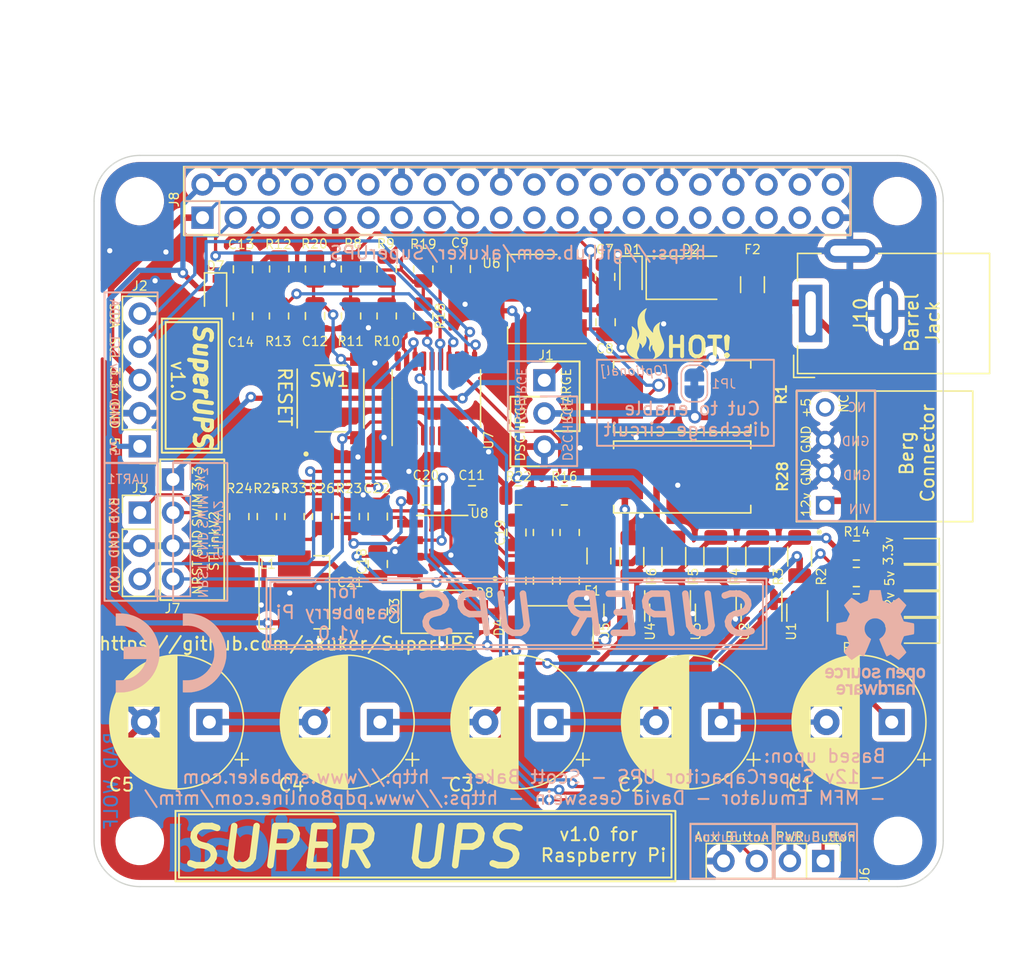
<source format=kicad_pcb>
(kicad_pcb (version 20211014) (generator pcbnew)
  (layers (0 "F.Cu" signal) (31 "B.Cu" signal) (34 "B.Paste" user) (35 "F.Paste" user) (36 "B.SilkS" user "B.Silkscreen") (37 "F.SilkS" user "F.Silkscreen") (38 "B.Mask" user) (39 "F.Mask" user) (44 "Edge.Cuts" user))
  (net 0 "")
  (net 1 "VIN")
  (net 2 "GND")
  (net 3 "I2C_SCL")
  (net 4 "I2C_SDA")
  (net 5 "/Buck Converter/VIN_12v")
  (net 6 "+5V")
  (net 7 "VIN_SENSE")
  (net 8 "POW_ENABLE")
  (net 9 "UPS_SENSE")
  (net 10 "Net-(C2-Pad2)")
  (net 11 "Net-(C1-Pad1)")
  (net 12 "Net-(C1-Pad2)")
  (net 13 "Net-(C3-Pad2)")
  (net 14 "Net-(C4-Pad2)")
  (net 15 "Power_Button")
  (net 16 "Spare_Button")
  (net 17 "RS232_RXD")
  (net 18 "RS232_TXD")
  (net 19 "SWIM")
  (net 20 "NRST")
  (net 21 "VOUT_SENSE")
  (net 22 "+3V3")
  (net 23 "DEBUG_LED")
  (net 24 "PI_3v3")
  (net 25 "Net-(C11-Pad1)")
  (net 26 "Net-(C18-Pad1)")
  (net 27 "Net-(C18-Pad2)")
  (net 28 "Net-(D3-Pad2)")
  (net 29 "Net-(D5-Pad2)")
  (net 30 "Net-(D6-Pad2)")
  (net 31 "Net-(J1-Pad2)")
  (net 33 "+12V")
  (net 34 "Net-(R16-Pad1)")
  (net 35 "Net-(R24-Pad2)")
  (net 36 "Net-(R25-Pad2)")
  (net 41 "Net-(D9-Pad2)")
  (net 42 "Net-(C19-Pad1)")
  (net 43 "Net-(C20-Pad1)")
  (net 44 "Net-(C20-Pad2)")
  (net 71 "Net-(R26-Pad2)")
  (net 72 "Net-(D1-Pad1)")
  (footprint "LED_SMD:LED_0805_2012Metric" (layer "F.Cu") (at 113.014095 130.302 180)
    (fp_text reference "D5" hide)
    (fp_text value "Green")
  )
  (footprint "Diode_SMD:D_SOD-323" (layer "F.Cu") (at 91.1 109.22 -90)
    (fp_text reference "D1")
    (fp_text value "PTVSHC3D15VUH")
  )
  (footprint "Package_TO_SOT_SMD:SOT-23" (layer "F.Cu") (at 97.59 135.02 -90)
    (fp_text reference "U3")
    (fp_text value "KA431SMFTF")
  )
  (footprint "Resistor_SMD:R_1206_3216Metric" (layer "F.Cu") (at 104.01 130.72 90)
    (fp_text reference "R2")
    (fp_text value "1k")
  )
  (footprint "Capacitor_THT:CP_Radial_D10.0mm_P5.00mm" (layer "F.Cu") (at 84.940937 143.4 180)
    (fp_text reference "C3")
    (fp_text value "10F")
  )
  (footprint "Capacitor_SMD:C_0805_2012Metric" (layer "F.Cu") (at 82.326 128.8795 90)
    (fp_text reference "C19")
    (fp_text value "10n")
  )
  (footprint "Capacitor_SMD:C_0805_2012Metric" (layer "F.Cu") (at 61.4 112.32 -90)
    (fp_text reference "C14")
    (fp_text value "100n")
  )
  (footprint "Diode_SMD:D_SOD-323" (layer "F.Cu") (at 59.3 110.5 -90)
    (fp_text reference "D7")
    (fp_text value "PTVSHC3D15VUH")
  )
  (footprint "raspberrypi_supercap_ups_lib:TE_171826-4" (layer "F.Cu") (at 110.51 123.0475 90)
    (fp_text reference "J5" hide)
    (fp_text value "171826-4")
  )
  (footprint "Capacitor_THT:CP_Radial_D10.0mm_P5.00mm" (layer "F.Cu") (at 111.057915 143.4 180)
    (fp_text reference "C1")
    (fp_text value "10F")
  )
  (footprint "MountingHole:MountingHole_2.7mm_M2.5" (layer "F.Cu") (at 53.5 103.5)
    (fp_text reference "H1" hide)
    (fp_text value "MountingHole" hide)
  )
  (footprint "Resistor_SMD:R_0805_2012Metric" (layer "F.Cu") (at 75.2 112.3 -90)
    (fp_text reference "R18")
    (fp_text value "1k")
  )
  (footprint "MountingHole:MountingHole_2.7mm_M2.5" (layer "F.Cu") (at 111.5 103.5)
    (fp_text reference "H2" hide)
    (fp_text value "MountingHole" hide)
  )
  (footprint "raspberrypi_supercap_ups_lib:Sunltech_SLO0530H" (layer "F.Cu") (at 65.329 133.4595 -90)
    (fp_text reference "L1")
    (fp_text value "6.8uH")
  )
  (footprint "MountingHole:MountingHole_2.7mm_M2.5" (layer "F.Cu") (at 111.54 152.5)
    (fp_text reference "H4" hide)
    (fp_text value "MountingHole" hide)
  )
  (footprint "Capacitor_SMD:C_0805_2012Metric" (layer "F.Cu") (at 66.915 112.3 -90)
    (fp_text reference "C12")
    (fp_text value "1u")
  )
  (footprint "raspberrypi_supercap_ups_lib:SW_TS-1187A-B-A-B" (layer "F.Cu") (at 68.1 118.618 90)
    (fp_text reference "SW1")
    (fp_text value "Reset")
  )
  (footprint "Capacitor_SMD:C_0805_2012Metric" (layer "F.Cu") (at 75.386 126.038 180)
    (fp_text reference "C20")
    (fp_text value "4.7n")
  )
  (footprint "Resistor_SMD:R_0805_2012Metric" (layer "F.Cu") (at 108.35 130.257)
    (fp_text reference "R14")
    (fp_text value "1k")
  )
  (footprint "Connector_PinHeader_2.54mm:PinHeader_1x04_P2.54mm_Vertical" (layer "F.Cu") (at 105.805 154.04 -90)
    (fp_text reference "J6")
    (fp_text value "LEDs and Buttons")
  )
  (footprint "Capacitor_SMD:C_0805_2012Metric" (layer "F.Cu") (at 82.475332 126.038)
    (fp_text reference "C10")
    (fp_text value "10u")
  )
  (footprint "Capacitor_SMD:C_0805_2012Metric" (layer "F.Cu") (at 71.716 131.2945 90)
    (fp_text reference "C18")
    (fp_text value "100n")
  )
  (footprint "Package_TO_SOT_SMD:SOT-23" (layer "F.Cu") (at 104.59 135.02 -90)
    (fp_text reference "U1")
    (fp_text value "KA431SMFTF")
  )
  (footprint "Resistor_SMD:R_0805_2012Metric" (layer "F.Cu") (at 66.915 108.7 90)
    (fp_text reference "R20")
    (fp_text value "10k")
  )
  (footprint "Capacitor_THT:CP_Radial_D10.0mm_P5.00mm" (layer "F.Cu") (at 58.823959 143.4 180)
    (fp_text reference "C5")
    (fp_text value "10F")
  )
  (footprint "raspberrypi_supercap_ups_lib:SMT_Resistor_4122" (layer "F.Cu") (at 95.02 118.46 180)
    (fp_text reference "R1")
    (fp_text value "10 3W")
  )
  (footprint "Resistor_SMD:R_1206_3216Metric" (layer "F.Cu") (at 91.17 130.76 90)
    (fp_text reference "R6")
    (fp_text value "1k")
  )
  (footprint "Resistor_SMD:R_0805_2012Metric" (layer "F.Cu") (at 84.366 128.8795 90)
    (fp_text reference "R22")
    (fp_text value "68.1k")
  )
  (footprint "Diode_SMD:D_SMA" (layer "F.Cu") (at 84.806 136.144 180)
    (fp_text reference "D4")
    (fp_text value "B340LA-13-F")
  )
  (footprint "Capacitor_SMD:C_0805_2012Metric" (layer "F.Cu") (at 89.154 112.776 -90)
    (fp_text reference "C8")
    (fp_text value "10u")
  )
  (footprint "Resistor_SMD:R_0805_2012Metric" (layer "F.Cu") (at 64.1725 108.7 -90)
    (fp_text reference "R12")
    (fp_text value "10k")
  )
  (footprint "Resistor_SMD:R_1206_3216Metric" (layer "F.Cu") (at 94.38 130.76 90)
    (fp_text reference "R5")
    (fp_text value "1k")
  )
  (footprint "MountingHole:MountingHole_2.7mm_M2.5" (layer "F.Cu") (at 53.5 152.5)
    (fp_text reference "H3" hide)
    (fp_text value "MountingHole" hide)
  )
  (footprint "Resistor_SMD:R_0805_2012Metric" (layer "F.Cu") (at 86 126.038 180)
    (fp_text reference "R16")
    (fp_text value "1k")
  )
  (footprint "Capacitor_SMD:C_0805_2012Metric" (layer "F.Cu") (at 82.326 132.5695 -90)
    (fp_text reference "C17")
    (fp_text value "4.7n")
  )
  (footprint "Capacitor_SMD:C_0805_2012Metric" (layer "F.Cu") (at 86.406 132.5695 -90)
    (fp_text reference "C15")
    (fp_text value "4.7u")
  )
  (footprint "Resistor_SMD:R_0805_2012Metric" (layer "F.Cu") (at 69.6575 108.7 -90)
    (fp_text reference "R8")
    (fp_text value "10k")
  )
  (footprint "LED_SMD:LED_0805_2012Metric" (layer "F.Cu") (at 113.03 132.334 180)
    (fp_text reference "D6" hide)
    (fp_text value "Green")
  )
  (footprint "Resistor_SMD:R_0805_2012Metric" (layer "F.Cu") (at 61.116 127.6595 90)
    (fp_text reference "R24")
    (fp_text value "0")
  )
  (footprint "Capacitor_THT:CP_Radial_D10.0mm_P5.00mm" (layer "F.Cu") (at 71.882448 143.4 180)
    (fp_text reference "C4")
    (fp_text value "10F")
  )
  (footprint "Capacitor_SMD:C_0805_2012Metric" (layer "F.Cu") (at 71.716 134.9295 90)
    (fp_text reference "C23")
    (fp_text value "33u")
  )
  (footprint "Connector_PinHeader_2.54mm:PinHeader_1x03_P2.54mm_Vertical" (layer "F.Cu") (at 53.501 127.36)
    (fp_text reference "J3")
    (fp_text value "Conn_01x03")
  )
  (footprint "Resistor_SMD:R_0805_2012Metric" (layer "F.Cu") (at 108.35 132.289)
    (fp_text reference "R15")
    (fp_text value "1k")
  )
  (footprint "Capacitor_SMD:C_0805_2012Metric" (layer "F.Cu") (at 78.066 108.7 -90)
    (fp_text reference "C9")
    (fp_text value "100n")
  )
  (footprint "Package_SO:TSSOP-20_4.4x6.5mm_P0.65mm" (layer "F.Cu") (at 76.2 118.618 90)
    (fp_text reference "U7")
    (fp_text value "STM8S003F3P")
  )
  (footprint "Resistor_SMD:R_0805_2012Metric" (layer "F.Cu") (at 108.3075 136.398)
    (fp_text reference "R27")
    (fp_text value "1k")
  )
  (footprint "Resistor_SMD:R_1206_3216Metric" (layer "F.Cu") (at 100.8 130.72 90)
    (fp_text reference "R3")
    (fp_text value "1k")
  )
  (footprint "Diode_SMD:D_SMA" (layer "F.Cu") (at 76.911 134.9495)
    (fp_text reference "D8")
    (fp_text value "B340A")
  )
  (footprint "Capacitor_SMD:C_0805_2012Metric" (layer "F.Cu") (at 69.572 134.9295 90)
    (fp_text reference "C21")
    (fp_text value "33u")
  )
  (footprint "LED_SMD:LED_0805_2012Metric" (layer "F.Cu") (at 113.03 136.398 180)
    (fp_text reference "D9")
    (fp_text value "Green")
  )
  (footprint "raspberrypi_supercap_ups_lib:SOIC127P599X175-8N" (layer "F.Cu") (at 76.656 130.102 180)
    (fp_text reference "U8")
    (fp_text value "TPS54331DR")
  )
  (footprint "Package_TO_SOT_SMD:SOT-23" (layer "F.Cu") (at 90.59 135.02 -90)
    (fp_text reference "U5")
    (fp_text value "KA431SMFTF")
  )
  (footprint "Resistor_SMD:R_0805_2012Metric" (layer "F.Cu") (at 72.4 108.7 -90)
    (fp_text reference "R9")
    (fp_text value "10k")
  )
  (footprint "Resistor_SMD:R_0805_2012Metric" (layer "F.Cu") (at 63.23 127.6595 -90)
    (fp_text reference "R25")
    (fp_text value "10.2k")
  )
  (footprint "Resistor_SMD:R_0805_2012Metric" (layer "F.Cu") (at 69.572 127.6595 90)
    (fp_text reference "R23")
    (fp_text value "49.9k")
  )
  (footprint "Capacitor_SMD:C_0805_2012Metric" (layer "F.Cu") (at 78.930666 126.038 180)
    (fp_text reference "C11")
    (fp_text value "1u")
  )
  (footprint "Resistor_SMD:R_0805_2012Metric" (layer "F.Cu") (at 86.406 128.8795 90)
    (fp_text reference "R21")
    (fp_text value "332k")
  )
  (footprint "Capacitor_SMD:C_0805_2012Metric" (layer "F.Cu") (at 71.716 127.6595 90)
    (fp_text reference "C22")
    (fp_text value "39p")
  )
  (footprint "Package_TO_SOT_SMD:SOT-23" (layer "F.Cu") (at 101.09 135.02 -90)
    (fp_text reference "U2")
    (fp_text value "KA431SMFTF")
  )
  (footprint "Resistor_SMD:R_0805_2012Metric" (layer "F.Cu") (at 72.4 112.3 -90)
    (fp_text reference "R10")
    (fp_text value "2.2k")
  )
  (footprint "Resistor_SMD:R_0805_2012Metric" (layer "F.Cu") (at 75.2 108.7 90)
    (fp_text reference "R19")
    (fp_text value "1k")
  )
  (footprint "Fuse:Fuse_1206_3216Metric" (layer "F.Cu") (at 100.4 109.9 90)
    (fp_text reference "F2")
    (fp_text value "Fuse_Small")
  )
  (footprint "Resistor_SMD:R_0805_2012Metric" (layer "F.Cu") (at 64.1575 112.3 -90)
    (fp_text reference "R13")
    (fp_text value "2.2k")
  )
  (footprint "Resistor_SMD:R_1206_3216Metric" (layer "F.Cu") (at 97.59 130.72 90)
    (fp_text reference "R4")
    (fp_text value "1k")
  )
  (footprint "Resistor_SMD:R_0805_2012Metric" (layer "F.Cu") (at 108.35 134.321)
    (fp_text reference "R7")
    (fp_text value "1k")
  )
  (footprint "Package_TO_SOT_SMD:SOT-23" (layer "F.Cu") (at 94.09 135.02 -90)
    (fp_text reference "U4")
    (fp_text value "KA431SMFTF")
  )
  (footprint "LED_SMD:LED_0805_2012Metric" (layer "F.Cu") (at 113.03 134.366 180)
    (fp_text reference "D3" hide)
    (fp_text value "Green")
  )
  (footprint "Package_TO_SOT_SMD:SOT-223-3_TabPin2" (layer "F.Cu") (at 83.566 110.998 180)
    (fp_text reference "U6")
    (fp_text value "AMS1117-3.3")
  )
  (footprint "Connector_PinHeader_2.54mm:PinHeader_1x05_P2.54mm_Vertical" (layer "F.Cu") (at 53.501 122.28 180)
    (fp_text reference "J2")
    (fp_text value "Conn_01x05")
  )
  (footprint "Resistor_SMD:R_0805_2012Metric" (layer "F.Cu") (at 69.6725 112.3 90)
    (fp_text reference "R11")
    (fp_text value "2.2k")
  )
  (footprint "Connector_BarrelJack:BarrelJack_Wuerth_6941xx301002" (layer "F.Cu") (at 104.85 112.106 90)
    (fp_text reference "J10")
    (fp_text value "Barrel_Jack")
  )
  (footprint "raspberrypi_supercap_ups_lib:SMT_Resistor_4122" (layer "F.Cu") (at 95.02 124.63 180)
    (fp_text reference "R28")
    (fp_text value "10 3W")
  )
  (footprint "Capacitor_SMD:C_0805_2012Metric" (layer "F.Cu") (at 84.366 132.5695 -90)
    (fp_text reference "C16")
    (fp_text value "4.7u")
  )
  (footprint "Fuse:Fuse_1206_3216Metric" (layer "F.Cu") (at 88.646 130.678 90)
    (fp_text reference "F1")
    (fp_text value "Fuse_Small")
  )
  (footprint "Capacitor_SMD:C_0805_2012Metric" (layer "F.Cu") (at 61.4 108.72 90)
    (fp_text reference "C13")
    (fp_text value "10u")
  )
  (footprint "Resistor_SMD:R_0805_2012Metric" (layer "F.Cu") (at 65.344 127.6595 90)
    (fp_text reference "R33")
    (fp_text value "200")
  )
  (footprint "Capacitor_SMD:C_0805_2012Metric" (layer "F.Cu") (at 89.122 109.302 90)
    (fp_text reference "C7")
    (fp_text value "10u")
  )
  (footprint "Diode_SMD:D_SMA" (layer "F.Cu") (at 95.665 109.37)
    (fp_text reference "D2")
    (fp_text value "B340LA-13-F")
  )
  (footprint "raspberrypi_supercap_ups_lib:hot_warning_4" (layer "F.Cu") (at 92.2 113.7)
    (fp_text reference "Z1" hide)
    (fp_text value "SYM_Hot_Small" hide)
  )
  (footprint "Capacitor_THT:CP_Radial_D10.0mm_P5.00mm" (layer "F.Cu") (at 97.999426 143.4 180)
    (fp_text reference "C2")
    (fp_text value "10F")
  )
  (footprint "Resistor_SMD:R_0805_2012Metric" (layer "F.Cu") (at 67.458 127.6595 90)
    (fp_text reference "R26")
    (fp_text value "1.5k")
  )
  (footprint "Symbol:KiCad-Logo_5mm_Copper" (layer "B.Cu") (at 62 153.4 180)
    (fp_text reference "Z3" hide)
    (fp_text value "Logo_Open_Hardware_Small" hide)
  )
  (footprint "Jumper:SolderJumper-2_P1.3mm_Bridged_RoundedPad1.0x1.5mm" (layer "B.Cu") (at 95.95 117.47 90)
    (fp_text reference "JP1")
    (fp_text value "Charge Enb")
  )
  (footprint "Symbol:CE-Logo_8.5x6mm_SilkScreen" (layer "B.Cu") (at 55.9 138.1 180)
    (fp_text reference "Z2" hide)
    (fp_text value "Logo_Open_Hardware_Small" hide)
  )
  (footprint "Connector_PinSocket_2.54mm:PinSocket_2x20_P2.54mm_Vertical" (layer "B.Cu") (at 58.3 104.77 -90)
    (fp_text reference "J8")
    (fp_text value "Raspberry_Pi_2_3")
  )
  (footprint "Symbol:OSHW-Logo_7.5x8mm_SilkScreen" (layer "B.Cu") (at 109.8 137.3 180)
    (fp_text reference "Z4" hide)
    (fp_text value "Logo_Open_Hardware_Small" hide)
  )
  (footprint "Connector_PinHeader_2.54mm:PinHeader_1x04_P2.54mm_Vertical" (layer "B.Cu") (at 56.041 124.82 180)
    (fp_text reference "J7")
    (fp_text value "STLinkV2 Connector")
  )
  (footprint "Connector_PinHeader_2.54mm:PinHeader_1x03_P2.54mm_Vertical" (layer "B.Cu") (at 84.468 117.222 180)
    (fp_text reference "J1")
    (fp_text value "Conn_01x03")
  )
  (gr_rect (start 63.5 137.506) (end 101.2 132.66) (layer "B.SilkS") (width 0.15) (fill none))
  (gr_rect (start 56.05 134.112) (end 60.2 123.556) (layer "B.SilkS") (width 0.15) (fill none))
  (gr_line (start 81.679 115.76) (end 84.473 115.76) (layer "B.SilkS") (width 0.15))
  (gr_rect (start 63.2 137.794) (end 101.468 132.406) (layer "B.SilkS") (width 0.15) (fill none))
  (gr_line (start 84.185 123.794) (end 86.979 123.794) (layer "B.SilkS") (width 0.15))
  (gr_rect (start 102.04 115.65) (end 88.5 122.24) (layer "B.SilkS") (width 0.15) (fill none))
  (gr_line (start 81.679 121.094) (end 81.679 115.76) (layer "B.SilkS") (width 0.15))
  (gr_line (start 86.979 118.46) (end 84.185 118.46) (layer "B.SilkS") (width 0.15))
  (gr_rect (start 54.864 123.556) (end 50.8 134.112) (layer "B.SilkS") (width 0.15) (fill none))
  (gr_line (start 83.581 121.094) (end 81.679 121.094) (layer "B.SilkS") (width 0.15))
  (gr_rect (start 103.8 118) (end 109.8 128) (layer "B.SilkS") (width 0.15) (fill none))
  (gr_line (start 86.979 123.794) (end 86.979 118.46) (layer "B.SilkS") (width 0.15))
  (gr_rect (start 50.8 110.49) (end 54.864 123.556) (layer "B.SilkS") (width 0.15) (fill none))
  (gr_rect (start 102.1 151.2) (end 108.4 155.4) (layer "B.SilkS") (width 0.15) (fill none))
  (gr_rect (start 95.65 151.2) (end 101.95 155.4) (layer "B.SilkS") (width 0.15) (fill none))
  (gr_rect (start 55.06 134.059968) (end 59.967 123.280031) (layer "F.SilkS") (width 0.15) (fill none))
  (gr_line (start 81.868 118.48) (end 81.868 123.814) (layer "F.SilkS") (width 0.15))
  (gr_line (start 59.6 106.1) (end 59.6 103.5) (layer "F.SilkS") (width 0.15))
  (gr_rect (start 56.5 150.46) (end 94.2 155.306) (layer "F.SilkS") (width 0.15) (fill none))
  (gr_rect (start 107.9 100.9) (end 56.9 106.1) (layer "F.SilkS") (width 0.2) (fill none))
  (gr_line (start 87.168 121.114) (end 85.266 121.114) (layer "F.SilkS") (width 0.15))
  (gr_rect (start 56.232 150.206) (end 94.5 155.594) (layer "F.SilkS") (width 0.15) (fill none))
  (gr_line (start 84.374 115.78) (end 87.168 115.78) (layer "F.SilkS") (width 0.15))
  (gr_line (start 56.9 103.5) (end 59.6 103.5) (layer "F.SilkS") (width 0.15))
  (gr_line (start 84.662 118.48) (end 81.868 118.48) (layer "F.SilkS") (width 0.15))
  (gr_rect (start 102.1 155.4) (end 108.4 151.2) (layer "F.SilkS") (width 0.15) (fill none))
  (gr_line (start 81.868 123.814) (end 84.662 123.814) (layer "F.SilkS") (width 0.15))
  (gr_rect (start 95.65 155.4) (end 101.95 151.2) (layer "F.SilkS") (width 0.15) (fill none))
  (gr_line (start 87.168 115.78) (end 87.168 121.114) (layer "F.SilkS") (width 0.15))
  (gr_rect (start 59.523 112.768) (end 55.477 122.468) (layer "F.SilkS") (width 0.15) (fill none))
  (gr_rect (start 59.777 112.5) (end 55.189 122.768) (layer "F.SilkS") (width 0.15) (fill none))
  (gr_line locked (start 115 103.5) (end 115 152.5) (layer "Edge.Cuts") (width 0.1))
  (gr_line locked (start 53.5 100) (end 111.5 100) (layer "Edge.Cuts") (width 0.1))
  (gr_arc locked (start 50 103.5) (mid 51.025126 101.025126) (end 53.5 100) (layer "Edge.Cuts") (width 0.1))
  (gr_line locked (start 111.5 156) (end 53.5 156) (layer "Edge.Cuts") (width 0.1))
  (gr_arc locked (start 115 152.5) (mid 113.974874 154.974874) (end 111.5 156) (layer "Edge.Cuts") (width 0.1))
  (gr_arc locked (start 111.5 100) (mid 113.974874 101.025126) (end 115 103.5) (layer "Edge.Cuts") (width 0.1))
  (gr_arc locked (start 53.5 156) (mid 51.025126 154.974874) (end 50 152.5) (layer "Edge.Cuts") (width 0.1))
  (gr_line locked (start 50 152.5) (end 50 103.5) (layer "Edge.Cuts") (width 0.1))
  (gr_text "BAD WOLF" (at 51.3 147.9 90) (layer "B.Cu") (effects (font (size 1 1)) (justify mirror)))
  (gr_text "NRST" (at 58.3 132.6 270) (layer "B.SilkS") (effects (font (size 0.7 0.7) (thickness 0.1)) (justify mirror)))
  (gr_text "GND" (at 58.3 129.9 270) (layer "B.SilkS") (effects (font (size 0.7 0.7) (thickness 0.1)) (justify mirror)))
  (gr_text "5v" (at 51.562 122.428 270) (layer "B.SilkS") (effects (font (size 0.7 0.7) (thickness 0.1)) (justify mirror)))
  (gr_text "GND" (at 51.562 119.634 270) (layer "B.SilkS") (effects (font (size 0.7 0.7) (thickness 0.1)) (justify mirror)))
  (gr_text "NC\n" (at 108.4 119.3) (layer "B.SilkS") (effects (font (size 0.7 0.7) (thickness 0.1)) (justify mirror)))
  (gr_text "CHARGE" (at 82.695 118.3 -90) (layer "B.SilkS") (effects (font (size 0.7 0.7) (thickness 0.1)) (justify mirror)))
  (gr_text "GND" (at 51.5 129.8 270) (layer "B.SilkS") (effects (font (size 0.7 0.7) (thickness 0.1)) (justify mirror)))
  (gr_text "3v3" (at 58.3 124.8 270) (layer "B.SilkS") (effects (font (size 0.7 0.7) (thickness 0.1)) (justify mirror)))
  (gr_text "GND" (at 108.3 121.9) (layer "B.SilkS") (effects (font (size 0.7 0.7) (thickness 0.1)) (justify mirror)))
  (gr_text "DSCHRGE" (at 86.217 121 -90) (layer "B.SilkS") (effects (font (size 0.7 0.7) (thickness 0.1)) (justify mirror)))
  (gr_text "SUPER UPS" (at 87.9 135.2) (layer "B.SilkS") (effects (font (size 3 3) (thickness 0.5) italic) (justify mirror)))
  (gr_text "\nBased upon:\n- 12v SuperCapacitor UPS - Scott Baker - http://www.smbaker.com\n- MFM Emulator - David Gesswein - https://www.pdp8online.com/mfm/" (at 110.7 146.8) (layer "B.SilkS") (effects (font (size 1 1)) (justify left mirror)))
  (gr_text "PWR Button" (at 108.4 152.2) (layer "B.SilkS") (effects (font (size 0.7 0.7) (thickness 0.1)) (justify left mirror)))
  (gr_text "Cut to enable \ndischarge circuit" (at 95.4 120.2) (layer "B.SilkS") (effects (font (size 1 1)) (justify mirror)))
  (gr_text "for \nRaspberry Pi\nv1.0" (at 68.7 135) (layer "B.SilkS") (effects (font (size 1 1)) (justify mirror)))
  (gr_text "SDA" (at 51.562 112.014 270) (layer "B.SilkS") (effects (font (size 0.7 0.7) (thickness 0.1)) (justify mirror)))
  (gr_text "[Optional]" (at 91.4 116.5) (layer "B.SilkS") (effects (font (size 0.7 0.7) (thickness 0.1) italic) (justify mirror)))
  (gr_text "Aux Button" (at 101.7 152.2) (layer "B.SilkS") (effects (font (size 0.7 0.7) (thickness 0.1)) (justify left mirror)))
  (gr_text "RXD" (at 51.5 127.2 270) (layer "B.SilkS") (effects (font (size 0.7 0.7) (thickness 0.1)) (justify mirror)))
  (gr_text "TXD" (at 51.562 132.334 270) (layer "B.SilkS") (effects (font (size 0.7 0.7) (thickness 0.1)) (justify mirror)))
  (gr_text "STLinkV2" (at 59.5 128.7 -90) (layer "B.SilkS") (effects (font (size 0.7 0.7) (thickness 0.1)) (justify mirror)))
  (gr_text "SWIM" (at 58.3 127.3 270) (layer "B.SilkS") (effects (font (size 0.7 0.7) (thickness 0.1)) (justify mirror)))
  (gr_text "SCL" (at 51.562 114.554 270) (layer "B.SilkS") (effects (font (size 0.7 0.7) (thickness 0.1)) (justify mirror)))
  (gr_text "VIN" (at 108.6 127.1) (layer "B.SilkS") (effects (font (size 0.7 0.7) (thickness 0.1)) (justify mirror)))
  (gr_text "UART1" (at 52.6 124.8) (layer "B.SilkS") (effects (font (size 0.7 0.7) (thickness 0.1)) (justify mirror)))
  (gr_text "https://github.com/akuker/SuperUPS" (at 82.46 107.46) (layer "B.SilkS") (effects (font (size 1 1)) (justify mirror)))
  (gr_text "GND" (at 108.4 124.5) (layer "B.SilkS") (effects (font (size 0.7 0.7) (thickness 0.1)) (justify mirror)))
  (gr_text "3.3v" (at 51.6 117 270) (layer "B.SilkS") (effects (font (size 0.7 0.7) (thickness 0.1)) (justify mirror)))
  (gr_text "NC" (at 107.4 119 90) (layer "F.SilkS") (effects (font (size 0.7 0.7) (thickness 0.1))))
  (gr_text "Barrel\nJack" (at 113.4 112.8 90) (layer "F.SilkS") (effects (font (size 1 1))))
  (gr_text "HOT!" (at 96.3 114.7) (layer "F.SilkS") (effects (font (size 1.5 1.5) (thickness 0.3))))
  (gr_text "v1.0 for \nRaspberry Pi\n" (at 89 152.8) (layer "F.SilkS") (effects (font (size 1 1))))
  (gr_text "CHARGE" (at 86.152 118.32 90) (layer "F.SilkS") (effects (font (size 0.7 0.7) (thickness 0.1))))
  (gr_text "SCL" (at 51.562 114.808 270) (layer "F.SilkS") (effects (font (size 0.7 0.7) (thickness 0.1))))
  (gr_text "SUPER UPS" (at 69.8 153) (layer "F.SilkS") (effects (font (size 3 3) (thickness 0.5) italic)))
  (gr_text "Aux Button" (at 95.9 152.2) (layer "F.SilkS") (effects (font (size 0.7 0.7) (thickness 0.1)) (justify left)))
  (gr_text "GND" (at 51.562 119.888 270) (layer "F.SilkS") (effects (font (size 0.7 0.7) (thickness 0.1))))
  (gr_text "5v" (at 110.9 132.4 90) (layer "F.SilkS") (effects (font (size 0.7 0.7) (thickness 0.1))))
  (gr_text "https://github.com/akuker/SuperUPS" (at 64.8 137.4) (layer "F.SilkS") (effects (font (size 1 1))))
  (gr_text "STLinkV2" (at 59.182 129.54 90) (layer "F.SilkS") (effects (font (size 0.7 0.7) (thickness 0.1))))
  (gr_text "SuperUPS" (at 58.3 117.7 270) (layer "F.SilkS") (effects (font (size 1.3 1.3) (thickness 0.325) italic)))
  (gr_text "RXD" (at 51.5 127.2 270) (layer "F.SilkS") (effects (font (size 0.7 0.7) (thickness 0.1))))
  (gr_text "3.3v" (at 110.8 130.3 90) (layer "F.SilkS") (effects (font (size 0.7 0.7) (thickness 0.1))))
  (gr_text "SDA" (at 51.562 112.268 270) (layer "F.SilkS") (effects (font (size 0.7 0.7) (thickness 0.1))))
  (gr_text "3v3" (at 57.912 124.714 90) (layer "F.SilkS") (effects (font (size 0.7 0.7) (thickness 0.1))))
  (gr_text "SWIM" (at 57.912 127.159555 90) (layer "F.SilkS") (effects (font (size 0.7 0.7) (thickness 0.1))))
  (gr_text "GND" (at 57.912 129.738444 90) (layer "F.SilkS") (effects (font (size 0.7 0.7) (thickness 0.1))))
  (gr_text "3.3v" (at 51.6 117.3 270) (layer "F.SilkS") (effects (font (size 0.7 0.7) (thickness 0.1))))
  (gr_text "TXD" (at 51.562 132.588 270) (layer "F.SilkS") (effects (font (size 0.7 0.7) (thickness 0.1))))
  (gr_text "12v" (at 110.9 134.366 90) (layer "F.SilkS") (effects (font (size 0.7 0.7) (thickness 0.1))))
  (gr_text "Berg\nConnector" (at 113 122.8 90) (layer "F.SilkS") (effects (font (size 1 1))))
  (gr_text "5v" (at 51.562 122.174 270) (layer "F.SilkS") (effects (font (size 0.7 0.7) (thickness 0.1))))
  (gr_text "DSCHRGE" (at 82.63 121.02 90) (layer "F.SilkS") (effects (font (size 0.7 0.7) (thickness 0.1))))
  (gr_text "NRST" (at 57.912 132.334 90) (layer "F.SilkS") (effects (font (size 0.7 0.7) (thickness 0.1))))
  (gr_text "PWR Button" (at 102.1 152.2) (layer "F.SilkS") (effects (font (size 0.7 0.7) (thickness 0.1)) (justify left)))
  (gr_text "v1.0" (at 56.4 117.3 270) (layer "F.SilkS") (effects (font (size 1 1))))
  (gr_text "RESET" (at 64.6 118.5 270) (layer "F.SilkS") (effects (font (size 1 1))))
  (gr_text "GND" (at 51.48368 129.776936 -90) (layer "F.SilkS") (effects (font (size 0.7 0.7) (thickness 0.1))))
  (segment (start 104.044 111.3) (end 104.85 112.106) (width 0.5) (layer "F.Cu") (net 1))
  (segment (start 108.05 126.45) (end 105.96 126.45) (width 0.5) (layer "F.Cu") (net 1))
  (segment (start 100.4 111.3) (end 104.044 111.3) (width 0.5) (layer "F.Cu") (net 1))
  (segment (start 109.1 116.2) (end 109.1 125.4) (width 0.5) (layer "F.Cu") (net 1))
  (segment (start 105.3 112.4) (end 109.1 116.2) (width 0.5) (layer "F.Cu") (net 1))
  (segment (start 109.1 125.4) (end 108.05 126.45) (width 0.5) (layer "F.Cu") (net 1))
  (segment (start 74.525 123.775) (end 74.1 124.2) (width 0.25) (layer "F.Cu") (net 2))
  (segment (start 75.161507 123.775) (end 77.175 123.775) (width 0.25) (layer "F.Cu") (net 2))
  (segment (start 68.73498 125.90998) (end 69.572 126.747) (width 0.25) (layer "F.Cu") (net 2))
  (segment (start 76.6623 128.4377) (end 77.324501 129.099901) (width 0.25) (layer "F.Cu") (net 2))
  (segment (start 80.896 134.9495) (end 82.326 133.5195) (width 0.4) (layer "F.Cu") (net 2))
  (segment (start 91.1 110.4) (end 93.6 112.9) (width 0.25) (layer "F.Cu") (net 2))
  (segment (start 71.716 126.7095) (end 72.231001 127.224501) (width 0.25) (layer "F.Cu") (net 2))
  (segment (start 78.7635 134.9495) (end 77.111 136.602) (width 0.4) (layer "F.Cu") (net 2))
  (segment (start 69.572 133.9795) (end 71.716 133.9795) (width 0.4) (layer "F.Cu") (net 2))
  (segment (start 77.324501 129.099901) (end 77.324501 130.601019) (width 0.25) (layer "F.Cu") (net 2))
  (segment (start 88.726 113.298) (end 89.154 113.726) (width 0.25) (layer "F.Cu") (net 2))
  (segment (start 77.324501 130.601019) (end 77.31552 130.61) (width 0.25) (layer "F.Cu") (net 2))
  (segment (start 77.18852 130.737) (end 77.31552 130.61) (width 0.4) (layer "F.Cu") (net 2))
  (segment (start 78.066 109.65) (end 78.066 111.066) (width 0.25) (layer "F.Cu") (net 2))
  (segment (start 82.326 133.5195) (end 86.406 133.5195) (width 0.4) (layer "F.Cu") (net 2))
  (segment (start 65.049928 126.747) (end 64.000848 125.69792) (width 0.25) (layer "F.Cu") (net 2))
  (segment (start 56.7695 107.5) (end 54.67 109.5995) (width 0.25) (layer "F.Cu") (net 2))
  (segment (start 89.122 108.352) (end 89.874 107.6) (width 0.25) (layer "F.Cu") (net 2))
  (segment (start 77.175 121.4805) (end 77.175 123.775) (width 0.25) (layer "F.Cu") (net 2))
  (segment (start 83.425332 127.026332) (end 84.366 127.967) (width 0.25) (layer "F.Cu") (net 2))
  (segment (start 89.874 107.6) (end 90.1 107.6) (width 0.25) (layer "F.Cu") (net 2))
  (segment (start 58.1 108.7) (end 56.9 107.5) (width 0.25) (layer "F.Cu") (net 2))
  (segment (start 89.1 135.5) (end 89.64 134.96) (width 0.4) (layer "F.Cu") (net 2))
  (segment (start 75.161507 123.775) (end 74.525 123.775) (width 0.25) (layer "F.Cu") (net 2))
  (segment (start 87.3195 133.5195) (end 87.7 133.9) (width 0.4) (layer "F.Cu") (net 2))
  (segment (start 78.911 134.9495) (end 80.896 134.9495) (width 0.4) (layer "F.Cu") (net 2))
  (segment (start 61.33 107.77) (end 60.4 108.7) (width 0.25) (layer "F.Cu") (net 2))
  (segment (start 68.46 108.24) (end 68.3 108.4) (width 0.25) (layer "F.Cu") (net 2))
  (segment (start 77.980666 124.580666) (end 77.980666 126.038) (width 0.25) (layer "F.Cu") (net 2))
  (segment (start 72.84052 136.03152) (end 72.84052 135.10402) (width 0.4) (layer "F.Cu") (net 2))
  (segment (start 86.406 133.5195) (end 87.3195 133.5195) (width 0.4) (layer "F.Cu") (net 2))
  (segment (start 77.175 123.775) (end 77.980666 124.580666) (width 0.25) (layer "F.Cu") (net 2))
  (segment (start 77.980666 126.038) (end 77.980666 127.119334) (width 0.25) (layer "F.Cu") (net 2))
  (segment (start 75.449101 127.224501) (end 76.6623 128.4377) (width 0.25) (layer "F.Cu") (net 2))
  (segment (start 89.426 113.726) (end 90.4 114.7) (width 0.25) (layer "F.Cu") (net 2))
  (segment (start 72.84052 135.10402) (end 71.716 133.9795) (width 0.4) (layer "F.Cu") (net 2))
  (segment (start 73.443799 130.737) (end 73.0405 130.333701) (width 0.4) (layer "F.Cu") (net 2))
  (segment (start 56.9 107.5) (end 56.7695 107.5) (width 0.25) (layer "F.Cu") (net 2))
  (segment (start 65.344 126.747) (end 66.18102 125.90998) (width 0.25) (layer "F.Cu") (net 2))
  (segment (start 89.64 134.96) (end 89.64 134.0825) (width 0.4) (layer "F.Cu") (net 2))
  (segment (start 77.111 136.602) (end 73.411 136.602) (width 0.4) (layer "F.Cu") (net 2))
  (segment (start 71.716 126.584) (end 74.1 124.2) (width 0.25) (layer "F.Cu") (net 2))
  (segment (start 83.425332 126.038) (end 83.425332 127.026332) (width 0.25) (layer "F.Cu") (net 2))
  (segment (start 78.066 111.066) (end 78.4 111.4) (width 0.25) (layer "F.Cu") (net 2))
  (segment (start 73.411 136.602) (end 72.84052 136.03152) (width 0.4) (layer "F.Cu") (net 2))
  (segment (start 69.853 126.747) (end 70.6 126) (width 0.25) (layer "F.Cu") (net 2))
  (segment (start 84.366 127.967) (end 82.3635 127.967) (width 0.4) (layer "F.Cu") (net 2))
  (segment (start 86.716 113.298) (end 88.726 113.298) (width 0.25) (layer "F.Cu") (net 2))
  (segment (start 77.980666 127.119334) (end 76.6623 128.4377) (width 0.25) (layer "F.Cu") (net 2))
  (segment (start 60.4 108.7) (end 58.1 108.7) (width 0.25) (layer "F.Cu") (net 2))
  (segment (start 72.231001 127.224501) (end 75.449101 127.224501) (width 0.25) (layer "F.Cu") (net 2))
  (segment (start 74.186 130.737) (end 77.18852 130.737) (width 0.4) (layer "F.Cu") (net 2))
  (segment (start 68.46 104.77) (end 68.46 108.24) (width 0.25) (layer "F.Cu") (net 2))
  (segment (start 66.18102 125.90998) (end 68.73498 125.90998) (width 0.25) (layer "F.Cu") (net 2))
  (via (at 83.254652 111.7975) (size 0.8) (drill 0.4) (layers "F.Cu" "B.Cu") (net 2))
  (via (at 94.68 125.26) (size 0.8) (drill 0.4) (layers "F.Cu" "B.Cu") (net 2))
  (via (at 90.4 114.7) (size 0.8) (drill 0.4) (layers "F.Cu" "B.Cu") (net 2))
  (via (at 62.796 134.434) (size 0.8) (drill 0.4) (layers "F.Cu" "B.Cu") (net 2))
  (via (at 91.5 121.6) (size 0.8) (drill 0.4) (layers "F.Cu" "B.Cu") (net 2))
  (via (at 80.2 122.7) (size 0.8) (drill 0.4) (layers "F.Cu" "B.Cu") (net 2))
  (via (at 91.9 127.6) (size 0.8) (drill 0.4) (layers "F.Cu" "B.Cu") (net 2))
  (via (at 99.1 135.5) (size 0.8) (drill 0.4) (layers "F.Cu" "B.Cu") (net 2))
  (via (at 70.2 123.1) (size 0.8) (drill 0.4) (layers "F.Cu" "B.Cu") (net 2))
  (via (at 51.2 107.3) (size 0.8) (drill 0.4) (layers "F.Cu" "B.Cu") (net 2))
  (via (at 90.1 107.6) (size 0.8) (drill 0.4) (layers "F.Cu" "B.Cu") (net 2))
  (via (at 73.0405 130.333701) (size 0.8) (drill 0.4) (layers "F.Cu" "B.Cu") (net 2))
  (via (at 93.6 112.9) (size 0.8) (drill 0.4) (layers "F.Cu" "B.Cu") (net 2))
  (via (at 72.2 121.6) (size 0.8) (drill 0.4) (layers "F.Cu" "B.Cu") (net 2))
  (via (at 55.5 107.4) (size 0.8) (drill 0.4) (layers "F.Cu" "B.Cu") (net 2))
  (via (at 95.84 135.09) (size 0.8) (drill 0.4) (layers "F.Cu" "B.Cu") (net 2))
  (via (at 64.000848 125.69792) (size 0.8) (drill 0.4) (layers "F.Cu" "B.Cu") (net 2))
  (via (at 64.976 133.514) (size 0.8) (drill 0.4) (layers "F.Cu" "B.Cu") (net 2))
  (via (at 89.1 135.5) (size 0.8) (drill 0.4) (layers "F.Cu" "B.Cu") (net 2))
  (via (at 77.31552 130.61) (size 0.8) (drill 0.4) (layers "F.Cu" "B.Cu") (net 2))
  (via (at 68.3 108.4) (size 0.8) (drill 0.4) (layers "F.Cu" "B.Cu") (net 2))
  (via (at 74.1 124.2) (size 0.8) (drill 0.4) (layers "F.Cu" "B.Cu") (net 2))
  (via (at 67.206 137.164) (size 0.8) (drill 0.4) (layers "F.Cu" "B.Cu") (net 2))
  (via (at 54.67 109.5995) (size 0.8) (drill 0.4) (layers "F.Cu" "B.Cu") (net 2))
  (via (at 76.6 137.4) (size 0.8) (drill 0.4) (layers "F.Cu" "B.Cu") (net 2))
  (via (at 67.226 133.094) (size 0.8) (drill 0.4) (layers "F.Cu" "B.Cu") (net 2))
  (via (at 78.4 111.4) (size 0.8) (drill 0.4) (layers "F.Cu" "B.Cu") (net 2))
  (via (at 87.7 133.9) (size 0.8) (drill 0.4) (layers "F.Cu" "B.Cu") (net 2))
  (via (at 70.6 126) (size 0.8) (drill 0.4) (layers "F.Cu" "B.Cu") (net 2))
  (via (at 71.5 115.9) (size 0.8) (drill 0.4) (layers "F.Cu" "B.Cu") (net 2))
  (via (at 71 113.2) (size 0.8) (drill 0.4) (layers "F.Cu" "B.Cu") (net 2))
  (via (at 87.2 122.4) (size 0.8) (drill 0.4) (layers "F.Cu" "B.Cu") (net 2))
  (segment (start 87.7 133.9) (end 87.7 134.1) (width 0.4) (layer "B.Cu") (net 2))
  (segment (start 87.7 134.1) (end 89.1 135.5) (width 0.4) (layer "B.Cu") (net 2))
  (segment (start 78.475 115.7555) (end 78.475 113.816415) (width 0.25) (layer "F.Cu") (net 3))
  (segment (start 78.475 113.816415) (end 78.76921 113.522205) (width 0.25) (layer "F.Cu") (net 3))
  (via (at 78.76921 113.522205) (size 0.8) (drill 0.4) (layers "F.Cu" "B.Cu") (net 3))
  (segment (start 58.575499 109.585501) (end 58.575499 106.612219) (width 0.25) (layer "B.Cu") (net 3))
  (segment (start 71.801005 106.554) (end 78.76921 113.522205) (width 0.25) (layer "B.Cu") (net 3))
  (segment (start 58.575499 106.612219) (end 58.582219 106.605499) (width 0.25) (layer "B.Cu") (net 3))
  (segment (start 53.501 114.66) (end 58.575499 109.585501) (width 0.25) (layer "B.Cu") (net 3))
  (segment (start 61.544501 106.605499) (end 61.596 106.554) (width 0.25) (layer "B.Cu") (net 3))
  (segment (start 61.596 106.554) (end 63.38 104.77) (width 0.25) (layer "B.Cu") (net 3))
  (segment (start 61.596 106.554) (end 71.801005 106.554) (width 0.25) (layer "B.Cu") (net 3))
  (segment (start 58.582219 106.605499) (end 61.544501 106.605499) (width 0.25) (layer "B.Cu") (net 3))
  (segment (start 59.3 106.31) (end 59.3 107.7) (width 0.25) (layer "F.Cu") (net 4))
  (segment (start 79.125 114.575) (end 79.2 114.5) (width 0.25) (layer "F.Cu") (net 4))
  (segment (start 60.84 104.77) (end 59.3 106.31) (width 0.25) (layer "F.Cu") (net 4))
  (segment (start 79.125 115.7555) (end 79.125 114.575) (width 0.25) (layer "F.Cu") (net 4))
  (via (at 59.3 107.7) (size 0.8) (drill 0.4) (layers "F.Cu" "B.Cu") (net 4))
  (via (at 79.2 114.5) (size 0.8) (drill 0.4) (layers "F.Cu" "B.Cu") (net 4))
  (segment (start 54.7046 112.12) (end 53.501 112.12) (width 0.25) (layer "B.Cu") (net 4))
  (segment (start 71.700099 107.475499) (end 59.524501 107.475499) (width 0.25) (layer "B.Cu") (net 4))
  (segment (start 57.708307 109.116293) (end 54.7046 112.12) (width 0.25) (layer "B.Cu") (net 4))
  (segment (start 79.2 114.5) (end 78.7 114.5) (width 0.25) (layer "B.Cu") (net 4))
  (segment (start 57.708307 106.155989) (end 57.708307 109.116293) (width 0.25) (layer "B.Cu") (net 4))
  (segment (start 78.7 114.5) (end 78.224501 114.024501) (width 0.25) (layer "B.Cu") (net 4))
  (segment (start 59.524501 107.475499) (end 59.3 107.7) (width 0.25) (layer "B.Cu") (net 4))
  (segment (start 78.224501 113.999901) (end 71.700099 107.475499) (width 0.25) (layer "B.Cu") (net 4))
  (segment (start 78.224501 114.024501) (end 78.224501 113.999901) (width 0.25) (layer "B.Cu") (net 4))
  (segment (start 59.454011 106.155989) (end 57.708307 106.155989) (width 0.25) (layer "B.Cu") (net 4))
  (segment (start 60.84 104.77) (end 59.454011 106.155989) (width 0.25) (layer "B.Cu") (net 4))
  (segment (start 79.126 130.737) (end 80.681006 130.737) (width 0.5) (layer "F.Cu") (net 5))
  (segment (start 80.681006 130.737) (end 81.563506 131.6195) (width 0.5) (layer "F.Cu") (net 5))
  (segment (start 86.406 129.792) (end 88.132 129.792) (width 0.5) (layer "F.Cu") (net 5))
  (segment (start 86.406 131.6195) (end 86.406 129.792) (width 0.5) (layer "F.Cu") (net 5))
  (segment (start 81.563506 131.6195) (end 82.326 131.6195) (width 0.5) (layer "F.Cu") (net 5))
  (segment (start 88.132 129.792) (end 88.646 129.278) (width 0.5) (layer "F.Cu") (net 5))
  (segment (start 82.326 131.6195) (end 86.406 131.6195) (width 0.5) (layer "F.Cu") (net 5))
  (segment (start 58 110.2) (end 56.8 109) (width 0.4) (layer "F.Cu") (net 6))
  (segment (start 74.2 138.9) (end 71.716 136.416) (width 0.25) (layer "F.Cu") (net 6))
  (segment (start 71.716 136.416) (end 71.716 135.8795) (width 0.25) (layer "F.Cu") (net 6))
  (segment (start 71.716 135.8795) (end 69.572 135.8795) (width 0.4) (layer "F.Cu") (net 6))
  (segment (start 59.3 109.45) (end 59.3 110.2) (width 0.25) (layer "F.Cu") (net 6))
  (segment (start 107.4375 132.289) (end 105.6485 130.5) (width 0.25) (layer "F.Cu") (net 6))
  (segment (start 63.2825 107.7875) (end 61.4 109.67) (width 0.4) (layer "F.Cu") (net 6))
  (segment (start 62.4385 130.842) (end 63.006 131.4095) (width 0.4) (layer "F.Cu") (net 6))
  (segment (start 61.576 130.842) (end 62.4385 130.842) (width 0.4) (layer "F.Cu") (net 6))
  (segment (start 61.116 128.572) (end 61.116 130.382) (width 0.4) (layer "F.Cu") (net 6))
  (segment (start 59.3 110.2) (end 58 110.2) (width 0.4) (layer "F.Cu") (net 6))
  (segment (start 61.116 130.382) (end 61.576 130.842) (width 0.4) (layer "F.Cu") (net 6))
  (segment (start 60.87 110.2) (end 59.3 110.2) (width 0.4) (layer "F.Cu") (net 6))
  (segment (start 64.1725 107.7875) (end 63.2825 107.7875) (width 0.4) (layer "F.Cu") (net 6))
  (segment (start 61.4 109.67) (end 61.4 111.37) (width 0.4) (layer "F.Cu") (net 6))
  (segment (start 63.006 133.3365) (end 65.329 135.6595) (width 0.4) (layer "F.Cu") (net 6))
  (segment (start 61.4 109.67) (end 60.87 110.2) (width 0.4) (layer "F.Cu") (net 6))
  (segment (start 63.3 135.8) (end 65.1885 135.8) (width 0.4) (layer "F.Cu") (net 6))
  (segment (start 84.7 138.9) (end 74.2 138.9) (width 0.25) (layer "F.Cu") (net 6))
  (segment (start 63.006 131.4095) (end 63.006 133.3365) (width 0.4) (layer "F.Cu") (net 6))
  (segment (start 69.352 135.6595) (end 65.329 135.6595) (width 0.4) (layer "F.Cu") (net 6))
  (segment (start 105.6485 130.5) (end 105.6 130.5) (width 0.25) (layer "F.Cu") (net 6))
  (via (at 105.6 130.5) (size 0.8) (drill 0.4) (layers "F.Cu" "B.Cu") (net 6))
  (via (at 84.7 138.9) (size 0.8) (drill 0.4) (layers "F.Cu" "B.Cu") (net 6))
  (via (at 63.3 135.8) (size 0.8) (drill 0.4) (layers "F.Cu" "B.Cu") (net 6))
  (via (at 56.8 109) (size 0.8) (drill 0.4) (layers "F.Cu" "B.Cu") (net 6))
  (segment (start 58.3 102.23) (end 60.84 102.23) (width 0.4) (layer "B.Cu") (net 6))
  (segment (start 51.16 121.52) (end 51.16 111.05) (width 0.4) (layer "B.Cu") (net 6))
  (segment (start 53.1 135.8) (end 63.3 135.8) (width 0.4) (layer "B.Cu") (net 6))
  (segment (start 56.6 108.8) (end 56.8 109) (width 0.4) (layer "B.Cu") (net 6))
  (segment (start 51.1 121.58) (end 51.1 133.8) (width 0.4) (layer "B.Cu") (net 6))
  (segment (start 56.8 103.73) (end 56.8 109) (width 0.4) (layer "B.Cu") (net 6))
  (segment (start 51.1 133.8) (end 53.1 135.8) (width 0.4) (layer "B.Cu") (net 6))
  (segment (start 53.501 122.28) (end 51.92 122.28) (width 0.4) (layer "B.Cu") (net 6))
  (segment (start 58.3 102.23) (end 56.8 103.73) (width 0.4) (layer "B.Cu") (net 6))
  (segment (start 97.2 138.9) (end 84.7 138.9) (width 0.25) (layer "B.Cu") (net 6))
  (segment (start 51.16 111.05) (end 53.41 108.8) (width 0.4) (layer "B.Cu") (net 6))
  (segment (start 53.41 108.8) (end 56.6 108.8) (width 0.4) (layer "B.Cu") (net 6))
  (segment (start 51.92 122.28) (end 51.16 121.52) (width 0.4) (layer "B.Cu") (net 6))
  (segment (start 51.16 121.52) (end 51.1 121.58) (width 0.4) (layer "B.Cu") (net 6))
  (segment (start 105.6 130.5) (end 97.2 138.9) (width 0.25) (layer "B.Cu") (net 6))
  (segment (start 73.275 115.7555) (end 73.125988 115.606488) (width 0.25) (layer "F.Cu") (net 7))
  (segment (start 72.937013 112.22452) (end 70.490352 112.22452) (width 0.25) (layer "F.Cu") (net 7))
  (segment (start 73.42452 113.712973) (end 73.42452 112.712027) (width 0.25) (layer "F.Cu") (net 7))
  (segment (start 73.125988 114.011505) (end 73.42452 113.712973) (width 0.25) (layer "F.Cu") (net 7))
  (segment (start 73.42452 112.712027) (end 72.937013 112.22452) (width 0.25) (layer "F.Cu") (net 7))
  (segment (start 69.633332 109.6125) (end 69.633332 111.3675) (width 0.25) (layer "F.Cu") (net 7))
  (segment (start 73.125988 115.606488) (end 73.125988 114.011505) (width 0.25) (layer "F.Cu") (net 7))
  (segment (start 70.490352 112.22452) (end 69.653332 111.3875) (width 0.25) (layer "F.Cu") (net 7))
  (segment (start 82.509128 121.127489) (end 77.825 116.443361) (width 0.25) (layer "F.Cu") (net 8))
  (segment (start 85.0875 124.8125) (end 85.642511 124.257489) (width 0.25) (layer "F.Cu") (net 8))
  (segment (start 77.825 116.443361) (end 77.825 115.7555) (width 0.25) (layer "F.Cu") (net 8))
  (segment (start 85.642511 124.257489) (end 85.642511 121.815501) (width 0.25) (layer "F.Cu") (net 8))
  (segment (start 85.642511 121.815501) (end 84.954499 121.127489) (width 0.25) (layer "F.Cu") (net 8))
  (segment (start 84.954499 121.127489) (end 82.509128 121.127489) (width 0.25) (layer "F.Cu") (net 8))
  (segment (start 85.0875 126.038) (end 85.0875 124.8125) (width 0.25) (layer "F.Cu") (net 8))
  (segment (start 72.898 109.3705) (end 72.898 111.1015) (width 0.25) (layer "F.Cu") (net 9))
  (segment (start 73.94951 115.07411) (end 73.94951 115.73099) (width 0.25) (layer "F.Cu") (net 9))
  (segment (start 73.87403 113.899167) (end 73.675499 114.097698) (width 0.25) (layer "F.Cu") (net 9))
  (segment (start 72.735697 111.3875) (end 73.87403 112.525833) (width 0.25) (layer "F.Cu") (net 9))
  (segment (start 73.87403 112.525833) (end 73.87403 113.899167) (width 0.25) (layer "F.Cu") (net 9))
  (segment (start 73.675499 114.097698) (end 73.675499 114.800099) (width 0.25) (layer "F.Cu") (net 9))
  (segment (start 73.675499 114.800099) (end 73.94951 115.07411) (width 0.25) (layer "F.Cu") (net 9))
  (segment (start 98.54 133.1325) (end 97.59 132.1825) (width 0.4) (layer "F.Cu") (net 10))
  (segment (start 92.999426 140.228074) (end 92.999426 143.4) (width 0.4) (layer "F.Cu") (net 10))
  (segment (start 100.14 134.0825) (end 98.54 134.0825) (width 0.4) (layer "F.Cu") (net 10))
  (segment (start 97.59 135.6375) (end 92.999426 140.228074) (width 0.4) (layer "F.Cu") (net 10))
  (segment (start 97.59 135.0325) (end 98.54 134.0825) (width 0.4) (layer "F.Cu") (net 10))
  (segment (start 97.59 135.9575) (end 97.59 135.0325) (width 0.4) (layer "F.Cu") (net 10))
  (segment (start 100.515 129.2575) (end 97.59 132.1825) (width 0.4) (layer "F.Cu") (net 10))
  (segment (start 98.54 134.0825) (end 98.54 133.1325) (width 0.4) (layer "F.Cu") (net 10))
  (segment (start 84.940937 143.4) (end 92.999426 143.4) (width 0.5) (layer "B.Cu") (net 10))
  (segment (start 87.094022 106.394022) (end 88 107.3) (width 0.25) (layer "F.Cu") (net 11))
  (segment (start 104.01 131.8625) (end 104.01 130.91) (width 0.5) (layer "F.Cu") (net 11))
  (segment (start 104.59 135.0325) (end 105.54 134.0825) (width 0.4) (layer "F.Cu") (net 11))
  (segment (start 84.155511 137.493511) (end 88.706489 137.493511) (width 0.5) (layer "F.Cu") (net 11))
  (segment (start 104.59 136.932085) (end 111.057915 143.4) (width 0.4) (layer "F.Cu") (net 11))
  (segment (start 92.36 118.46) (end 90.02 118.46) (width 0.25) (layer "F.Cu") (net 11))
  (segment (start 82.806 136.144) (end 84.155511 137.493511) (width 0.5) (layer "F.Cu") (net 11))
  (segment (start 73.793478 106.394022) (end 87.094022 106.394022) (width 0.25) (layer "F.Cu") (net 11))
  (segment (start 106.0985 134.321) (end 105.54 133.7625) (width 0.5) (layer "F.Cu") (net 11))
  (segment (start 90.63 127.12) (end 90.63 125.38) (width 0.5) (layer "F.Cu") (net 11))
  (segment (start 72.4 107.7875) (end 73.793478 106.394022) (width 0.25) (layer "F.Cu") (net 11))
  (segment (start 104.01 130.91) (end 103.8 130.7) (width 0.5) (layer "F.Cu") (net 11))
  (segment (start 105.54 133.7125) (end 104.01 132.1825) (width 0.4) (layer "F.Cu") (net 11))
  (segment (start 89.88 118.46) (end 89.88 124.63) (width 0.5) (layer "F.Cu") (net 11))
  (segment (start 104.59 135.9575) (end 104.59 135.0325) (width 0.4) (layer "F.Cu") (net 11))
  (segment (start 93.218 117.602) (end 92.36 118.46) (width 0.25) (layer "F.Cu") (net 11))
  (segment (start 104.59 135.6375) (end 104.59 136.932085) (width 0.4) (layer "F.Cu") (net 11))
  (segment (start 88.706489 137.493511) (end 89.1 137.1) (width 0.5) (layer "F.Cu") (net 11))
  (segment (start 107.4375 134.321) (end 106.0985 134.321) (width 0.5) (layer "F.Cu") (net 11))
  (via (at 103.8 130.7) (size 0.8) (drill 0.4) (layers "F.Cu" "B.Cu") (net 11))
  (via (at 93.218 117.602) (size 1) (drill 0.6) (layers "F.Cu" "B.Cu") (net 11))
  (via (at 88 107.3) (size 1) (drill 0.6) (layers "F.Cu" "B.Cu") (net 11))
  (via (at 90.63 127.12) (size 0.8) (drill 0.4) (layers "F.Cu" "B.Cu") (net 11))
  (via (at 89.1 137.1) (size 1) (drill 0.6) (layers "F.Cu" "B.Cu") (net 11))
  (segment (start 90.68 132.16) (end 102.34 132.16) (width 0.5) (layer "B.Cu") (net 11))
  (segment (start 88 113.3246) (end 88 107.3) (width 0.25) (layer "B.Cu") (net 11))
  (segment (start 93.218 117.602) (end 92.2774 117.602) (width 0.25) (layer "B.Cu") (net 11))
  (segment (start 92.2774 117.602) (end 88 113.3246) (width 0.25) (layer "B.Cu") (net 11))
  (segment (start 89.1 137.1) (end 90.68 135.52) (width 0.5) (layer "B.Cu") (net 11))
  (segment (start 90.68 127.17) (end 90.63 127.12) (width 0.5) (layer "B.Cu") (net 11))
  (segment (start 90.68 135.52) (end 90.68 132.16) (width 0.5) (layer "B.Cu") (net 11))
  (segment (start 102.34 132.16) (end 103.8 130.7) (width 0.5) (layer "B.Cu") (net 11))
  (segment (start 90.68 132.16) (end 90.68 127.17) (width 0.5) (layer "B.Cu") (net 11))
  (segment (start 97.999426 138.728074) (end 97.999426 143.4) (width 0.4) (layer "F.Cu") (net 12))
  (segment (start 101.09 135.9575) (end 101.09 135.0325) (width 0.4) (layer "F.Cu") (net 12))
  (segment (start 101.09 135.0325) (end 102.04 134.0825) (width 0.4) (layer "F.Cu") (net 12))
  (segment (start 103.64 134.0825) (end 102.04 134.0825) (width 0.4) (layer "F.Cu") (net 12))
  (segment (start 102.04 133.4225) (end 100.8 132.1825) (width 0.4) (layer "F.Cu") (net 12))
  (segment (start 102.04 134.0825) (end 102.04 133.4225) (width 0.4) (layer "F.Cu") (net 12))
  (segment (start 103.725 129.2575) (end 100.8 132.1825) (width 0.4) (layer "F.Cu") (net 12))
  (segment (start 101.09 135.6375) (end 97.999426 138.728074) (width 0.4) (layer "F.Cu") (net 12))
  (segment (start 97.999426 143.4) (end 106.057915 143.4) (width 0.4) (layer "B.Cu") (net 12))
  (segment (start 94.09 135.9575) (end 94.09 135.0325) (width 0.4) (layer "F.Cu") (net 13))
  (segment (start 94.09 135.6375) (end 88.2275 141.5) (width 0.4) (layer "F.Cu") (net 13))
  (segment (start 81.840937 141.5) (end 79.940937 143.4) (width 0.4) (layer "F.Cu") (net 13))
  (segment (start 88.2275 141.5) (end 81.840937 141.5) (width 0.4) (layer "F.Cu") (net 13))
  (segment (start 95.04 134.0825) (end 95.04 132.8825) (width 0.4) (layer "F.Cu") (net 13))
  (segment (start 95.04 132.8825) (end 94.38 132.2225) (width 0.4) (layer "F.Cu") (net 13))
  (segment (start 96.64 134.0825) (end 95.04 134.0825) (width 0.4) (layer "F.Cu") (net 13))
  (segment (start 94.09 135.0325) (end 95.04 134.0825) (width 0.4) (layer "F.Cu") (net 13))
  (segment (start 97.345 129.2575) (end 94.38 132.2225) (width 0.4) (layer "F.Cu") (net 13))
  (segment (start 71.882448 143.4) (end 79.940937 143.4) (width 0.5) (layer "B.Cu") (net 13))
  (segment (start 69.482448 140.8) (end 66.882448 143.4) (width 0.4) (layer "F.Cu") (net 14))
  (segment (start 86.672088 140.8) (end 69.482448 140.8) (width 0.4) (layer "F.Cu") (net 14))
  (segment (start 91.54 132.5925) (end 91.17 132.2225) (width 0.4) (layer "F.Cu") (net 14))
  (segment (start 93.14 134.0825) (end 91.54 134.0825) (width 0.4) (layer "F.Cu") (net 14))
  (segment (start 90.239511 135.062989) (end 90.239511 137.232577) (width 0.4) (layer "F.Cu") (net 14))
  (segment (start 94.095 129.2975) (end 91.17 132.2225) (width 0.4) (layer "F.Cu") (net 14))
  (segment (start 91.54 134.0825) (end 91.54 132.5925) (width 0.4) (layer "F.Cu") (net 14))
  (segment (start 91.54 133.7625) (end 90.239511 135.062989) (width 0.4) (layer "F.Cu") (net 14))
  (segment (start 90.239511 137.232577) (end 86.672088 140.8) (width 0.4) (layer "F.Cu") (net 14))
  (segment (start 58.823959 143.4) (end 66.882448 143.4) (width 0.5) (layer "B.Cu") (net 14))
  (segment (start 104.648 148.717704) (end 104.012296 148.082) (width 0.25) (layer "F.Cu") (net 15))
  (segment (start 99.187704 148.082) (end 98.425704 148.844) (width 0.25) (layer "F.Cu") (net 15))
  (segment (start 104.012296 148.082) (end 99.187704 148.082) (width 0.25) (layer "F.Cu") (net 15))
  (segment (start 105.805 154.04) (end 105.805 151.2625) (width 0.25) (layer "F.Cu") (net 15))
  (segment (start 98.425704 148.844) (end 85.852 148.844) (width 0.25) (layer "F.Cu") (net 15))
  (segment (start 76.487608 109.175108) (end 76.487608 114.418566) (width 0.25) (layer "F.Cu") (net 15))
  (segment (start 76.597429 114.528387) (end 76.487608 114.418566) (width 0.25) (layer "F.Cu") (net 15))
  (segment (start 104.648 150.1055) (end 104.648 148.717704) (width 0.25) (layer "F.Cu") (net 15))
  (segment (start 105.805 151.2625) (end 104.6725 150.13) (width 0.25) (layer "F.Cu") (net 15))
  (segment (start 85.852 148.844) (end 85.598 148.59) (width 0.25) (layer "F.Cu") (net 15))
  (segment (start 76.597429 115.683071) (end 76.597429 114.528387) (width 0.25) (layer "F.Cu") (net 15))
  (segment (start 75.2 107.8875) (end 76.487608 109.175108) (width 0.25) (layer "F.Cu") (net 15))
  (via (at 85.598 148.59) (size 0.8) (drill 0.4) (layers "F.Cu" "B.Cu") (net 15))
  (via (at 76.487608 114.418566) (size 0.8) (drill 0.4) (layers "F.Cu" "B.Cu") (net 15))
  (segment (start 81.571499 122.996099) (end 76.487608 117.912208) (width 0.25) (layer "B.Cu") (net 15))
  (segment (start 81.571499 138.222099) (end 81.571499 122.996099) (width 0.25) (layer "B.Cu") (net 15))
  (segment (start 81.788 146.558) (end 81.788 138.4386) (width 0.25) (layer "B.Cu") (net 15))
  (segment (start 83.82 148.59) (end 81.788 146.558) (width 0.25) (layer "B.Cu") (net 15))
  (segment (start 85.598 148.59) (end 83.82 148.59) (width 0.25) (layer "B.Cu") (net 15))
  (segment (start 81.788 138.4386) (end 81.571499 138.222099) (width 0.25) (layer "B.Cu") (net 15))
  (segment (start 76.487608 117.912208) (end 76.487608 114.418566) (width 0.25) (layer "B.Cu") (net 15))
  (segment (start 99.3475 152.6625) (end 99.3475 150.13) (width 0.25) (layer "F.Cu") (net 16))
  (segment (start 84.836 149.352) (end 98.5695 149.352) (width 0.25) (layer "F.Cu") (net 16))
  (segment (start 75.875 114.900174) (end 75.499078 114.524252) (width 0.25) (layer "F.Cu") (net 16))
  (segment (start 98.5695 149.352) (end 99.3475 150.13) (width 0.25) (layer "F.Cu") (net 16))
  (segment (start 75.875 115.7555) (end 75.875 114.900174) (width 0.25) (layer "F.Cu") (net 16))
  (segment (start 75.499078 113.511578) (end 75.499078 114.270874) (width 0.25) (layer "F.Cu") (net 16))
  (segment (start 100.725 154.04) (end 99.3475 152.6625) (width 0.25) (layer "F.Cu") (net 16))
  (segment (start 75.499078 114.524252) (end 75.499078 114.270874) (width 0.25) (layer "F.Cu") (net 16))
  (via (at 75.499078 114.270874) (size 0.8) (drill 0.4) (layers "F.Cu" "B.Cu") (net 16))
  (via (at 84.836 149.352) (size 0.8) (drill 0.4) (layers "F.Cu" "B.Cu") (net 16))
  (segment (start 81.121988 135.886284) (end 75.875499 130.639795) (width 0.25) (layer "B.Cu") (net 16))
  (segment (start 81.265448 138.551752) (end 81.121988 138.408292) (width 0.25) (layer "B.Cu") (net 16))
  (segment (start 83.82 149.352) (end 81.265448 146.797448) (width 0.25) (layer "B.Cu") (net 16))
  (segment (start 81.121988 138.408292) (end 81.121988 135.886284) (width 0.25) (layer "B.Cu") (net 16))
  (segment (start 75.499078 114.524252) (end 75.499078 114.270874) (width 0.25) (layer "B.Cu") (net 16))
  (segment (start 75.875499 114.900673) (end 75.499078 114.524252) (width 0.25) (layer "B.Cu") (net 16))
  (segment (start 84.836 149.352) (end 83.82 149.352) (width 0.25) (layer "B.Cu") (net 16))
  (segment (start 81.265448 146.797448) (end 81.265448 138.551752) (width 0.25) (layer "B.Cu") (net 16))
  (segment (start 75.875499 130.639795) (end 75.875499 114.900673) (width 0.25) (layer "B.Cu") (net 16))
  (segment (start 56.652511 125.994511) (end 57.404 126.746) (width 0.25) (layer "F.Cu") (net 17))
  (segment (start 64.487141 124.523909) (end 64.931232 124.968) (width 0.25) (layer "F.Cu") (net 17))
  (segment (start 74.575 122.625) (end 74.575 121.4805) (width 0.25) (layer "F.Cu") (net 17))
  (segment (start 57.404 126.746) (end 59.626091 124.523909) (width 0.25) (layer "F.Cu") (net 17))
  (segment (start 69.971696 124.968) (end 70.225696 124.714) (width 0.25) (layer "F.Cu") (net 17))
  (segment (start 72.486 124.714) (end 74.575 122.625) (width 0.25) (layer "F.Cu") (net 17))
  (segment (start 53.501 127.36) (end 54.866489 125.994511) (width 0.25) (layer "F.Cu") (net 17))
  (segment (start 64.931232 124.968) (end 69.971696 124.968) (width 0.25) (layer "F.Cu") (net 17))
  (segment (start 54.866489 125.994511) (end 56.652511 125.994511) (width 0.25) (layer "F.Cu") (net 17))
  (segment (start 59.626091 124.523909) (end 64.487141 124.523909) (width 0.25) (layer "F.Cu") (net 17))
  (segment (start 70.225696 124.714) (end 72.486 124.714) (width 0.25) (layer "F.Cu") (net 17))
  (segment (start 66.548 124.206) (end 72.294 124.206) (width 0.25) (layer "F.Cu") (net 18))
  (segment (start 73.925 122.575) (end 73.925 121.4805) (width 0.25) (layer "F.Cu") (net 18))
  (segment (start 72.294 124.206) (end 73.925 122.575) (width 0.25) (layer "F.Cu") (net 18))
  (via (at 66.548 124.206) (size 0.8) (drill 0.4) (layers "F.Cu" "B.Cu") (net 18))
  (segment (start 66.346511 131.265489) (end 66.802 130.81) (width 0.25) (layer "B.Cu") (net 18))
  (segment (start 66.802 130.81) (end 66.802 124.46) (width 0.25) (layer "B.Cu") (net 18))
  (segment (start 66.802 124.46) (end 66.548 124.206) (width 0.25) (layer "B.Cu") (net 18))
  (segment (start 54.675511 131.265489) (end 66.346511 131.265489) (width 0.25) (layer "B.Cu") (net 18))
  (segment (start 53.501 132.44) (end 54.675511 131.265489) (width 0.25) (layer "B.Cu") (net 18))
  (segment (start 58.978007 127.36) (end 61.087517 125.25049) (width 0.25) (layer "F.Cu") (net 19))
  (segment (start 71.598802 125.275499) (end 71.761803 125.4385) (width 0.25) (layer "F.Cu") (net 19))
  (segment (start 74.575 115.7555) (end 74.575 114.463045) (width 0.25) (layer "F.Cu") (net 19))
  (segment (start 61.087517 125.25049) (end 63.423678 125.25049) (width 0.25) (layer "F.Cu") (net 19))
  (segment (start 63.700749 124.973419) (end 64.300947 124.973419) (width 0.25) (layer "F.Cu") (net 19))
  (segment (start 70.1369 125.4385) (end 70.299901 125.275499) (width 0.25) (layer "F.Cu") (net 19))
  (segment (start 70.299901 125.275499) (end 71.598802 125.275499) (width 0.25) (layer "F.Cu") (net 19))
  (segment (start 63.423678 125.25049) (end 63.700749 124.973419) (width 0.25) (layer "F.Cu") (net 19))
  (segment (start 64.300947 124.973419) (end 64.766028 125.4385) (width 0.25) (layer "F.Cu") (net 19))
  (segment (start 56.041 127.36) (end 58.978007 127.36) (width 0.25) (layer "F.Cu") (net 19))
  (segment (start 64.766028 125.4385) (end 70.1369 125.4385) (width 0.25) (layer "F.Cu") (net 19))
  (segment (start 74.575 114.463045) (end 74.450269 114.338314) (width 0.25) (layer "F.Cu") (net 19))
  (via (at 74.450269 114.338314) (size 0.8) (drill 0.4) (layers "F.Cu" "B.Cu") (net 19))
  (via (at 71.761803 125.4385) (size 0.8) (drill 0.4) (layers "F.Cu" "B.Cu") (net 19))
  (segment (start 71.761803 125.4385) (end 71.761803 125.355803) (width 0.25) (layer "B.Cu") (net 19))
  (segment (start 71.374 124.968) (end 71.374 117.726) (width 0.25) (layer "B.Cu") (net 19))
  (segment (start 74.5 114.6) (end 74.5 114.388045) (width 0.25) (layer "B.Cu") (net 19))
  (segment (start 71.374 117.726) (end 74.5 114.6) (width 0.25) (layer "B.Cu") (net 19))
  (segment (start 71.761803 125.355803) (end 71.374 124.968) (width 0.25) (layer "B.Cu") (net 19))
  (segment (start 74.5 114.388045) (end 74.450269 114.338314) (width 0.25) (layer "B.Cu") (net 19))
  (segment (start 74.850841 120.41848) (end 75.225 120.792639) (width 0.25) (layer "F.Cu") (net 20))
  (segment (start 67.45 111.35) (end 68.3 112.2) (width 0.25) (layer "F.Cu") (net 20))
  (segment (start 66.802 109.3705) (end 66.802 111.064) (width 0.25) (layer "F.Cu") (net 20))
  (segment (start 69.975 121.618) (end 69.082 121.618) (width 0.25) (layer "F.Cu") (net 20))
  (segment (start 69.975 121.618) (end 71.17452 120.41848) (width 0.25) (layer "F.Cu") (net 20))
  (segment (start 68.9 115.6) (end 69.957 115.6) (width 0.25) (layer "F.Cu") (net 20))
  (segment (start 71.17452 120.41848) (end 74.850841 120.41848) (width 0.25) (layer "F.Cu") (net 20))
  (segment (start 69.082 121.618) (end 69 121.7) (width 0.25) (layer "F.Cu") (net 20))
  (segment (start 75.225 120.792639) (end 75.225 121.4805) (width 0.25) (layer "F.Cu") (net 20))
  (via (at 68.9 115.6) (size 0.8) (drill 0.4) (layers "F.Cu" "B.Cu") (net 20))
  (via (at 68.3 112.2) (size 0.8) (drill 0.4) (layers "F.Cu" "B.Cu") (net 20))
  (via (at 69 121.7) (size 0.8) (drill 0.4) (layers "F.Cu" "B.Cu") (net 20))
  (segment (start 68.9 115.6) (end 69.6 116.3) (width 0.25) (layer "B.Cu") (net 20))
  (segment (start 56.041 132.44) (end 66.86 132.44) (width 0.25) (layer "B.Cu") (net 20))
  (segment (start 68.3 112.2) (end 68.3 115) (width 0.25) (layer "B.Cu") (net 20))
  (segment (start 66.86 132.44) (end 69 130.3) (width 0.25) (layer "B.Cu") (net 20))
  (segment (start 69.6 121.1) (end 69 121.7) (width 0.25) (layer "B.Cu") (net 20))
  (segment (start 69 130.3) (end 69 121.7) (width 0.25) (layer "B.Cu") (net 20))
  (segment (start 69.6 116.3) (end 69.6 121.1) (width 0.25) (layer "B.Cu") (net 20))
  (segment (start 68.3 115) (end 68.9 115.6) (width 0.25) (layer "B.Cu") (net 20))
  (segment (start 77.210214 114.589786) (end 77.5 114.3) (width 0.25) (layer "F.Cu") (net 21))
  (segment (start 64.7125 111.3875) (end 65.5 110.6) (width 0.25) (layer "F.Cu") (net 21))
  (segment (start 64.1 109.6125) (end 64.1 111.3875) (width 0.25) (layer "F.Cu") (net 21))
  (segment (start 77.210214 115.720286) (end 77.210214 114.589786) (width 0.25) (layer "F.Cu") (net 21))
  (via (at 77.5 114.3) (size 0.8) (drill 0.4) (layers "F.Cu" "B.Cu") (net 21))
  (via (at 65.5 110.6) (size 0.8) (drill 0.4) (layers "F.Cu" "B.Cu") (net 21))
  (segment (start 77.5 114) (end 77.5 114.3) (width 0.25) (layer "B.Cu") (net 21))
  (segment (start 65.5 110.6) (end 74.1 110.6) (width 0.25) (layer "B.Cu") (net 21))
  (segment (start 74.1 110.6) (end 77.5 114) (width 0.25) (layer "B.Cu") (net 21))
  (segment (start 73.52452 108.77548) (end 73.52452 107.937987) (width 0.25) (layer "F.Cu") (net 22))
  (segment (start 108.34952 131.16902) (end 108.34952 135.44348) (width 0.4) (layer "F.Cu") (net 22))
  (segment (start 108.34952 135.44348) (end 107.395 136.398) (width 0.4) (layer "F.Cu") (net 22))
  (segment (start 68.600099 109.124501) (end 67.999901 109.124501) (width 0.25) (layer "F.Cu") (net 22))
  (segment (start 106.987 130.257) (end 106.04 129.31) (width 0.4) (layer "F.Cu") (net 22))
  (segment (start 80.416 110.998) (end 80.416 109.016) (width 0.4) (layer "F.Cu") (net 22))
  (segment (start 67.999901 109.124501) (end 66.915 108.0396) (width 0.25) (layer "F.Cu") (net 22))
  (segment (start 74.46154 109.7125) (end 73.52452 108.77548) (width 0.25) (layer "F.Cu") (net 22))
  (segment (start 89.154 111.826) (end 87.544 111.826) (width 0.4) (layer "F.Cu") (net 22))
  (segment (start 68.94912 108.77548) (end 68.600099 109.124501) (width 0.25) (layer "F.Cu") (net 22))
  (segment (start 73.52452 108.77548) (end 68.94912 108.77548) (width 0.25) (layer "F.Cu") (net 22))
  (segment (start 74.562507 106.9) (end 75.9 106.9) (width 0.25) (layer "F.Cu") (net 22))
  (segment (start 78.2 118.6) (end 62.1 118.6) (width 0.4) (layer "F.Cu") (net 22))
  (segment (start 62.1 118.6) (end 62 118.5) (width 0.4) (layer "F.Cu") (net 22))
  (segment (start 75.2 109.7125) (end 75.2 111.3875) (width 0.25) (layer "F.Cu") (net 22))
  (segment (start 78.475 121.4805) (end 78.475 122.274427) (width 0.4) (layer "F.Cu") (net 22))
  (segment (start 76.75 107.75) (end 77.546 107.75) (width 0.25) (layer "F.Cu") (net 22))
  (segment (start 107.4375 130.257) (end 106.987 130.257) (width 0.4) (layer "F.Cu") (net 22))
  (segment (start 87.544 111.826) (end 86.716 110.998) (width 0.4) (layer "F.Cu") (net 22))
  (segment (start 81.525332 125.574668) (end 82.4 124.7) (width 0.4) (layer "F.Cu") (net 22))
  (segment (start 107.4375 130.257) (end 108.34952 131.16902) (width 0.4) (layer "F.Cu") (net 22))
  (segment (start 78.475 122.274427) (end 81.525332 125.324759) (width 0.4) (layer "F.Cu") (net 22))
  (segment (start 81.525332 125.324759) (end 81.525332 126.038) (width 0.4) (layer "F.Cu") (net 22))
  (segment (start 82 111.9) (end 81.318 111.9) (width 0.4) (layer "F.Cu") (net 22))
  (segment (start 75.2 109.7125) (end 74.46154 109.7125) (width 0.25) (layer "F.Cu") (net 22))
  (segment (start 79.15 107.75) (end 78.586 107.75) (width 0.4) (layer "F.Cu") (net 22))
  (segment (start 81.318 111.9) (end 80.416 110.998) (width 0.4) (layer "F.Cu") (net 22))
  (segment (start 80.416 109.016) (end 79.15 107.75) (width 0.4) (layer "F.Cu") (net 22))
  (segment (start 75.9 106.9) (end 76.75 107.75) (width 0.25) (layer "F.Cu") (net 22))
  (segment (start 86.716 110.998) (end 80.416 110.998) (width 0.4) (layer "F.Cu") (net 22))
  (segment (start 73.52452 107.937987) (end 74.562507 106.9) (width 0.25) (layer "F.Cu") (net 22))
  (via (at 62 118.5) (size 0.8) (drill 0.4) (layers "F.Cu" "B.Cu") (net 22))
  (via (at 82.4 124.7) (size 0.8) (drill 0.4) (layers "F.Cu" "B.Cu") (net 22))
  (via (at 82 111.9) (size 0.8) (drill 0.4) (layers "F.Cu" "B.Cu") (net 22))
  (via (at 78.2 118.6) (size 0.8) (drill 0.4) (layers "F.Cu" "B.Cu") (net 22))
  (via (at 106.04 129.31) (size 0.8) (drill 0.4) (layers "F.Cu" "B.Cu") (net 22))
  (segment (start 91.2 124.7) (end 82.4 124.7) (width 0.4) (layer "B.Cu") (net 22))
  (segment (start 82.4 124.7) (end 82.4 117.4) (width 0.4) (layer "B.Cu") (net 22))
  (segment (start 79.4 117.4) (end 78.2 118.6) (width 0.4) (layer "B.Cu") (net 22))
  (segment (start 91.2 124.7) (end 95.81 129.31) (width 0.4) (layer "B.Cu") (net 22))
  (segment (start 62 118.5) (end 56.041 124.459) (width 0.4) (layer "B.Cu") (net 22))
  (segment (start 82.4 112.3) (end 82 111.9) (width 0.4) (layer "B.Cu") (net 22))
  (segment (start 82.4 117.4) (end 79.4 117.4) (width 0.4) (layer "B.Cu") (net 22))
  (segment (start 82.4 117.4) (end 82.4 112.3) (width 0.4) (layer "B.Cu") (net 22))
  (segment (start 106.04 129.31) (end 95.81 129.31) (width 0.4) (layer "B.Cu") (net 22))
  (segment (start 104.14 147.574) (end 99.06 147.574) (width 0.25) (layer "F.Cu") (net 23))
  (segment (start 86.868 148.336) (end 86.614 148.082) (width 0.25) (layer "F.Cu") (net 23))
  (segment (start 80.522 137.922) (end 80.1 137.5) (width 0.25) (layer "F.Cu") (net 23))
  (segment (start 104.902 148.336) (end 104.14 147.574) (width 0.25) (layer "F.Cu") (net 23))
  (segment (start 75.225 115.7555) (end 75.225 116.799) (width 0.25) (layer "F.Cu") (net 23))
  (segment (start 114.3 136.7305) (end 114.3 147.066) (width 0.25) (layer "F.Cu") (net 23))
  (segment (start 75.225 116.799) (end 74.93 117.094) (width 0.25) (layer "F.Cu") (net 23))
  (segment (start 98.298 148.336) (end 86.868 148.336) (width 0.25) (layer "F.Cu") (net 23))
  (segment (start 114.3 147.066) (end 113.03 148.336) (width 0.25) (layer "F.Cu") (net 23))
  (segment (start 82.296 137.922) (end 80.522 137.922) (width 0.25) (layer "F.Cu") (net 23))
  (segment (start 113.03 148.336) (end 104.902 148.336) (width 0.25) (layer "F.Cu") (net 23))
  (segment (start 99.06 147.574) (end 98.298 148.336) (width 0.25) (layer "F.Cu") (net 23))
  (via (at 80.1 137.5) (size 0.8) (drill 0.4) (layers "F.Cu" "B.Cu") (net 23))
  (via (at 86.614 148.082) (size 0.8) (drill 0.4) (layers "F.Cu" "B.Cu") (net 23))
  (via (at 74.93 117.094) (size 0.8) (drill 0.4) (layers "F.Cu" "B.Cu") (net 23))
  (via (at 82.296 137.922) (size 0.8) (drill 0.4) (layers "F.Cu" "B.Cu") (net 23))
  (segment (start 83.82 147.828) (end 82.296 146.304) (width 0.25) (layer "B.Cu") (net 23))
  (segment (start 82.296 146.304) (end 82.296 138.176) (width 0.25) (layer "B.Cu") (net 23))
  (segment (start 75.4 130.8) (end 80.1 135.5) (width 0.25) (layer "B.Cu") (net 23))
  (segment (start 74.93 117.094) (end 75.4 117.564) (width 0.25) (layer "B.Cu") (net 23))
  (segment (start 82.296 138.176) (end 82.296 137.922) (width 0.25) (layer "B.Cu") (net 23))
  (segment (start 83.82 147.828) (end 86.36 147.828) (width 0.25) (layer "B.Cu") (net 23))
  (segment (start 75.4 117.564) (end 75.4 130.8) (width 0.25) (layer "B.Cu") (net 23))
  (segment (start 80.1 135.5) (end 80.1 137.5) (width 0.25) (layer "B.Cu") (net 23))
  (segment (start 86.614 148.082) (end 86.36 147.828) (width 0.25) (layer "B.Cu") (net 23))
  (segment (start 53.501 117.2) (end 51.3 114.999) (width 0.5) (layer "F.Cu") (net 24))
  (segment (start 56.678623 104.77) (end 58.3 104.77) (width 0.5) (layer "F.Cu") (net 24))
  (segment (start 51.3 114.999) (end 51.3 110.148623) (width 0.5) (layer "F.Cu") (net 24))
  (segment (start 51.3 110.148623) (end 56.678623 104.77) (width 0.5) (layer "F.Cu") (net 24))
  (segment (start 77.445489 103.595489) (end 59.474511 103.595489) (width 0.25) (layer "B.Cu") (net 24))
  (segment (start 59.474511 103.595489) (end 58.3 104.77) (width 0.25) (layer "B.Cu") (net 24))
  (segment (start 78.62 104.77) (end 77.445489 103.595489) (width 0.25) (layer "B.Cu") (net 24))
  (segment (start 79.880666 125.280666) (end 77.825 123.225) (width 0.25) (layer "F.Cu") (net 25))
  (segment (start 77.825 123.225) (end 77.825 121.4805) (width 0.25) (layer "F.Cu") (net 25))
  (segment (start 79.880666 126.038) (end 79.880666 125.280666) (width 0.25) (layer "F.Cu") (net 25))
  (segment (start 74.911 132.732) (end 74.186 132.007) (width 0.4) (layer "F.Cu") (net 26))
  (segment (start 74.911 134.9495) (end 74.911 132.732) (width 0.4) (layer "F.Cu") (net 26))
  (segment (start 74.186 132.007) (end 71.9535 132.007) (width 0.4) (layer "F.Cu") (net 26))
  (segment (start 68.226 131.2595) (end 65.329 131.2595) (width 0.4) (layer "F.Cu") (net 26))
  (segment (start 69.211 132.2445) (end 68.226 131.2595) (width 0.4) (layer "F.Cu") (net 26))
  (segment (start 71.716 132.2445) (end 69.211 132.2445) (width 0.4) (layer "F.Cu") (net 26))
  (segment (start 71.3605 130.7) (end 70.1 130.7) (width 0.25) (layer "F.Cu") (net 27))
  (segment (start 79.126 132.007) (end 76.893 132.007) (width 0.25) (layer "F.Cu") (net 27))
  (segment (start 76.893 132.007) (end 76.2 132.7) (width 0.25) (layer "F.Cu") (net 27))
  (via (at 70.1 130.7) (size 0.8) (drill 0.4) (layers "F.Cu" "B.Cu") (net 27))
  (via (at 76.2 132.7) (size 0.8) (drill 0.4) (layers "F.Cu" "B.Cu") (net 27))
  (segment (start 76.2 132.7) (end 72.1 132.7) (width 0.25) (layer "B.Cu") (net 27))
  (segment (start 72.1 132.7) (end 70.1 130.7) (width 0.25) (layer "B.Cu") (net 27))
  (segment (start 109.2625 134.321) (end 112.0475 134.321) (width 0.25) (layer "F.Cu") (net 28))
  (segment (start 109.2625 130.257) (end 112.031595 130.257) (width 0.25) (layer "F.Cu") (net 29))
  (segment (start 112.0925 132.334) (end 109.3075 132.334) (width 0.25) (layer "F.Cu") (net 30))
  (segment (start 99.88 118.6) (end 99.88 124.63) (width 0.5) (layer "F.Cu") (net 31))
  (segment (start 95.99 120.03) (end 98.45 120.03) (width 0.5) (layer "F.Cu") (net 31))
  (segment (start 98.45 120.03) (end 99.88 118.6) (width 0.5) (layer "F.Cu") (net 31))
  (via (at 95.99 120.03) (size 1) (drill 0.6) (layers "F.Cu" "B.Cu") (net 31))
  (segment (start 95.95 119.99) (end 95.99 120.03) (width 0.5) (layer "B.Cu") (net 31))
  (segment (start 95.722 119.762) (end 84.468 119.762) (width 0.5) (layer "B.Cu") (net 31))
  (segment (start 95.99 120.03) (end 95.722 119.762) (width 0.5) (layer "B.Cu") (net 31))
  (segment (start 95.95 118.12) (end 95.95 119.99) (width 0.5) (layer "B.Cu") (net 31))
  (segment (start 90.004 109.37) (end 93.665 109.37) (width 0.5) (layer "F.Cu") (net 33))
  (segment (start 93.05548 129.33879) (end 93.05548 120.44452) (width 0.5) (layer "F.Cu") (net 33))
  (segment (start 93.05548 120.44452) (end 94.2 119.3) (width 0.5) (layer "F.Cu") (net 33))
  (segment (start 86.716 108.698) (end 87.568 108.698) (width 0.5) (layer "F.Cu") (net 33))
  (segment (start 92.48 113.43773) (end 92.48 115.58) (width 0.5) (layer "F.Cu") (net 33))
  (segment (start 88.646 134.304) (end 86.806 136.144) (width 0.5) (layer "F.Cu") (net 33))
  (segment (start 88.646 132.078) (end 89.51352 131.21048) (width 0.5) (layer "F.Cu") (net 33))
  (segment (start 89.51352 131.21048) (end 91.18379 131.21048) (width 0.5) (layer "F.Cu") (net 33))
  (segment (start 94.18 115.58) (end 97.34 115.58) (width 0.5) (layer "F.Cu") (net 33))
  (segment (start 88.646 132.078) (end 88.646 134.304) (width 0.5) (layer "F.Cu") (net 33))
  (segment (start 89.29427 110.252) (end 92.48 113.43773) (width 0.5) (layer "F.Cu") (net 33))
  (segment (start 92.48 115.58) (end 94.18 115.58) (width 0.5) (layer "F.Cu") (net 33))
  (segment (start 94.2 119.3) (end 94.2 115.6) (width 0.5) (layer "F.Cu") (net 33))
  (segment (start 91.18379 131.21048) (end 93.05548 129.33879) (width 0.5) (layer "F.Cu") (net 33))
  (segment (start 87.568 108.698) (end 89.122 110.252) (width 0.5) (layer "F.Cu") (net 33))
  (segment (start 94.2 115.6) (end 94.18 115.58) (width 0.5) (layer "F.Cu") (net 33))
  (segment (start 84.468 117.222) (end 86.11 115.58) (width 0.5) (layer "F.Cu") (net 33))
  (segment (start 86.11 115.58) (end 92.48 115.58) (width 0.5) (layer "F.Cu") (net 33))
  (segment (start 89.122 110.252) (end 90.004 109.37) (width 0.5) (layer "F.Cu") (net 33))
  (via (at 97.34 115.58) (size 1) (drill 0.6) (layers "F.Cu" "B.Cu") (net 33))
  (segment (start 97.19 115.58) (end 95.95 116.82) (width 0.5) (layer "B.Cu") (net 33))
  (segment (start 97.34 115.58) (end 97.19 115.58) (width 0.5) (layer "B.Cu") (net 33))
  (segment (start 86.191 128.187) (end 84.366 130.012) (width 0.25) (layer "F.Cu") (net 34))
  (segment (start 86.9125 126.038) (end 86.9125 127.4605) (width 0.25) (layer "F.Cu") (net 34))
  (segment (start 80.426007 129.467) (end 81.613027 130.65402) (width 0.25) (layer "F.Cu") (net 34))
  (segment (start 79.126 129.467) (end 80.426007 129.467) (width 0.25) (layer "F.Cu") (net 34))
  (segment (start 81.613027 130.65402) (end 83.50398 130.65402) (width 0.25) (layer "F.Cu") (net 34))
  (segment (start 83.50398 130.65402) (end 84.366 129.792) (width 0.25) (layer "F.Cu") (net 34))
  (segment (start 86.9125 127.4605) (end 86.406 127.967) (width 0.25) (layer "F.Cu") (net 34))
  (segment (start 61.116 126.747) (end 63.23 126.747) (width 0.25) (layer "F.Cu") (net 35))
  (segment (start 63.23 128.572) (end 64.06702 129.40902) (width 0.25) (layer "F.Cu") (net 36))
  (segment (start 64.06702 129.40902) (end 66.62098 129.40902) (width 0.25) (layer "F.Cu") (net 36))
  (segment (start 66.62098 129.40902) (end 67.458 128.572) (width 0.25) (layer "F.Cu") (net 36))
  (segment (start 68.29502 127.73498) (end 67.458 128.572) (width 0.25) (layer "F.Cu") (net 36))
  (segment (start 73.72398 127.73498) (end 68.29502 127.73498) (width 0.25) (layer "F.Cu") (net 36))
  (segment (start 74.186 128.197) (end 73.72398 127.73498) (width 0.25) (layer "F.Cu") (net 36))
  (segment (start 109.22 136.398) (end 112.0925 136.398) (width 0.25) (layer "F.Cu") (net 41))
  (segment (start 79.126 127.969) (end 80.6935 127.969) (width 0.25) (layer "F.Cu") (net 42))
  (segment (start 80.6935 127.969) (end 82.326 129.6015) (width 0.25) (layer "F.Cu") (net 42))
  (segment (start 71.716 128.6095) (end 72.5735 129.467) (width 0.25) (layer "F.Cu") (net 43))
  (segment (start 72.5735 129.467) (end 74.186 129.467) (width 0.25) (layer "F.Cu") (net 43))
  (segment (start 76.567 129.467) (end 76.6 129.5) (width 0.25) (layer "F.Cu") (net 43))
  (segment (start 76.7 124.7) (end 76.7 125.674) (width 0.25) (layer "F.Cu") (net 43))
  (segment (start 74.186 129.467) (end 76.567 129.467) (width 0.25) (layer "F.Cu") (net 43))
  (via (at 76.7 124.7) (size 0.8) (drill 0.4) (layers "F.Cu" "B.Cu") (net 43))
  (via (at 76.6 129.5) (size 0.8) (drill 0.4) (layers "F.Cu" "B.Cu") (net 43))
  (segment (start 76.7 129.4) (end 76.7 124.7) (width 0.25) (layer "B.Cu") (net 43))
  (segment (start 76.6 129.5) (end 76.7 129.4) (width 0.25) (layer "B.Cu") (net 43))
  (segment (start 73.974 126.5) (end 74.436 126.038) (width 0.25) (layer "F.Cu") (net 44))
  (segment (start 73.5 126.5) (end 73.974 126.5) (width 0.25) (layer "F.Cu") (net 44))
  (segment (start 69.572 128.572) (end 69.572 129.416816) (width 0.25) (layer "F.Cu") (net 44))
  (segment (start 69.572 129.416816) (end 69.880158 129.724974) (width 0.25) (layer "F.Cu") (net 44))
  (via (at 73.5 126.5) (size 0.8) (drill 0.4) (layers "F.Cu" "B.Cu") (net 44))
  (via (at 69.880158 129.724974) (size 0.8) (drill 0.4) (layers "F.Cu" "B.Cu") (net 44))
  (segment (start 72.624627 129.724974) (end 69.880158 129.724974) (width 0.25) (layer "B.Cu") (net 44))
  (segment (start 73.5 126.5) (end 73.5 128.849601) (width 0.25) (layer "B.Cu") (net 44))
  (segment (start 73.5 128.849601) (end 72.624627 129.724974) (width 0.25) (layer "B.Cu") (net 44))
  (segment (start 67.169 126.747) (end 65.344 128.572) (width 0.25) (layer "F.Cu") (net 71))
  (segment (start 100.4 108.5) (end 98.535 108.5) (width 0.5) (layer "F.Cu") (net 72))
  (segment (start 91.249511 108.020489) (end 96.315489 108.020489) (width 0.5) (layer "F.Cu") (net 72))
  (segment (start 91.1 108.17) (end 91.249511 108.020489) (width 0.5) (layer "F.Cu") (net 72))
  (segment (start 91.1 107.5754) (end 91.1 108.17) (width 0.25) (layer "F.Cu") (net 72))
  (segment (start 98.535 108.5) (end 97.665 109.37) (width 0.5) (layer "F.Cu") (net 72))
  (segment (start 71.500489 105.944511) (end 89.469111 105.944511) (width 0.25) (layer "F.Cu") (net 72))
  (segment (start 96.315489 108.020489) (end 97.665 109.37) (width 0.5) (layer "F.Cu") (net 72))
  (segment (start 69.6575 107.7875) (end 71.500489 105.944511) (width 0.25) (layer "F.Cu") (net 72))
  (segment (start 89.469111 105.944511) (end 91.1 107.5754) (width 0.25) (layer "F.Cu") (net 72))
  (zone (net 2) (net_name "GND") (layers F&B.Cu) (connect_pads (clearance 0.508)) (min_thickness 0.254) (fill yes (thermal_gap 0.508) (thermal_bridge_width 0.508))
    (polygon (pts (xy 120.919312 162.008294) (xy 42.799312 161.858294) (xy 43.109312 88.098294) (xy 120.759312 88.098294)))
  )
)
</source>
